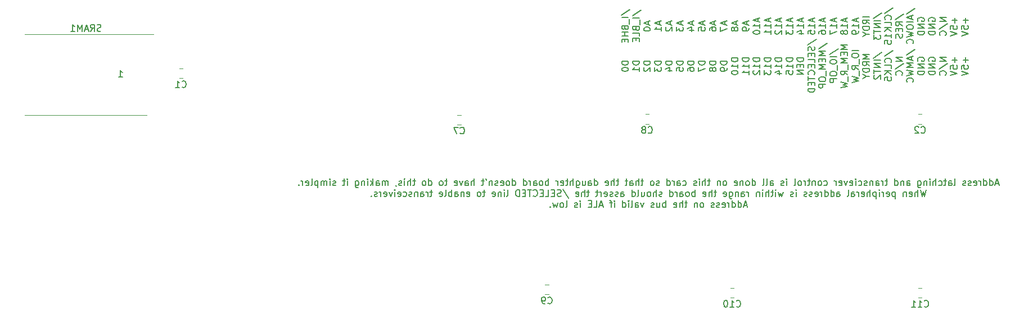
<source format=gbr>
%TF.GenerationSoftware,KiCad,Pcbnew,(5.1.7)-1*%
%TF.CreationDate,2021-09-17T17:18:02+01:00*%
%TF.ProjectId,Apricot-Expansion-RAM,41707269-636f-4742-9d45-7870616e7369,rev?*%
%TF.SameCoordinates,Original*%
%TF.FileFunction,Legend,Bot*%
%TF.FilePolarity,Positive*%
%FSLAX46Y46*%
G04 Gerber Fmt 4.6, Leading zero omitted, Abs format (unit mm)*
G04 Created by KiCad (PCBNEW (5.1.7)-1) date 2021-09-17 17:18:02*
%MOMM*%
%LPD*%
G01*
G04 APERTURE LIST*
%ADD10C,0.150000*%
%ADD11C,0.120000*%
%ADD12C,0.100000*%
G04 APERTURE END LIST*
D10*
X220206285Y-80592166D02*
X219730095Y-80592166D01*
X220301523Y-80877880D02*
X219968190Y-79877880D01*
X219634857Y-80877880D01*
X218872952Y-80877880D02*
X218872952Y-79877880D01*
X218872952Y-80830261D02*
X218968190Y-80877880D01*
X219158666Y-80877880D01*
X219253904Y-80830261D01*
X219301523Y-80782642D01*
X219349142Y-80687404D01*
X219349142Y-80401690D01*
X219301523Y-80306452D01*
X219253904Y-80258833D01*
X219158666Y-80211214D01*
X218968190Y-80211214D01*
X218872952Y-80258833D01*
X217968190Y-80877880D02*
X217968190Y-79877880D01*
X217968190Y-80830261D02*
X218063428Y-80877880D01*
X218253904Y-80877880D01*
X218349142Y-80830261D01*
X218396761Y-80782642D01*
X218444380Y-80687404D01*
X218444380Y-80401690D01*
X218396761Y-80306452D01*
X218349142Y-80258833D01*
X218253904Y-80211214D01*
X218063428Y-80211214D01*
X217968190Y-80258833D01*
X217491999Y-80877880D02*
X217491999Y-80211214D01*
X217491999Y-80401690D02*
X217444380Y-80306452D01*
X217396761Y-80258833D01*
X217301523Y-80211214D01*
X217206285Y-80211214D01*
X216491999Y-80830261D02*
X216587238Y-80877880D01*
X216777714Y-80877880D01*
X216872952Y-80830261D01*
X216920571Y-80735023D01*
X216920571Y-80354071D01*
X216872952Y-80258833D01*
X216777714Y-80211214D01*
X216587238Y-80211214D01*
X216491999Y-80258833D01*
X216444380Y-80354071D01*
X216444380Y-80449309D01*
X216920571Y-80544547D01*
X216063428Y-80830261D02*
X215968190Y-80877880D01*
X215777714Y-80877880D01*
X215682476Y-80830261D01*
X215634857Y-80735023D01*
X215634857Y-80687404D01*
X215682476Y-80592166D01*
X215777714Y-80544547D01*
X215920571Y-80544547D01*
X216015809Y-80496928D01*
X216063428Y-80401690D01*
X216063428Y-80354071D01*
X216015809Y-80258833D01*
X215920571Y-80211214D01*
X215777714Y-80211214D01*
X215682476Y-80258833D01*
X215253904Y-80830261D02*
X215158666Y-80877880D01*
X214968190Y-80877880D01*
X214872952Y-80830261D01*
X214825333Y-80735023D01*
X214825333Y-80687404D01*
X214872952Y-80592166D01*
X214968190Y-80544547D01*
X215111047Y-80544547D01*
X215206285Y-80496928D01*
X215253904Y-80401690D01*
X215253904Y-80354071D01*
X215206285Y-80258833D01*
X215111047Y-80211214D01*
X214968190Y-80211214D01*
X214872952Y-80258833D01*
X213491999Y-80877880D02*
X213587238Y-80830261D01*
X213634857Y-80735023D01*
X213634857Y-79877880D01*
X212682476Y-80877880D02*
X212682476Y-80354071D01*
X212730095Y-80258833D01*
X212825333Y-80211214D01*
X213015809Y-80211214D01*
X213111047Y-80258833D01*
X212682476Y-80830261D02*
X212777714Y-80877880D01*
X213015809Y-80877880D01*
X213111047Y-80830261D01*
X213158666Y-80735023D01*
X213158666Y-80639785D01*
X213111047Y-80544547D01*
X213015809Y-80496928D01*
X212777714Y-80496928D01*
X212682476Y-80449309D01*
X212349142Y-80211214D02*
X211968190Y-80211214D01*
X212206285Y-79877880D02*
X212206285Y-80735023D01*
X212158666Y-80830261D01*
X212063428Y-80877880D01*
X211968190Y-80877880D01*
X211206285Y-80830261D02*
X211301523Y-80877880D01*
X211491999Y-80877880D01*
X211587238Y-80830261D01*
X211634857Y-80782642D01*
X211682476Y-80687404D01*
X211682476Y-80401690D01*
X211634857Y-80306452D01*
X211587238Y-80258833D01*
X211491999Y-80211214D01*
X211301523Y-80211214D01*
X211206285Y-80258833D01*
X210777714Y-80877880D02*
X210777714Y-79877880D01*
X210349142Y-80877880D02*
X210349142Y-80354071D01*
X210396761Y-80258833D01*
X210491999Y-80211214D01*
X210634857Y-80211214D01*
X210730095Y-80258833D01*
X210777714Y-80306452D01*
X209872952Y-80877880D02*
X209872952Y-80211214D01*
X209872952Y-79877880D02*
X209920571Y-79925500D01*
X209872952Y-79973119D01*
X209825333Y-79925500D01*
X209872952Y-79877880D01*
X209872952Y-79973119D01*
X209396761Y-80211214D02*
X209396761Y-80877880D01*
X209396761Y-80306452D02*
X209349142Y-80258833D01*
X209253904Y-80211214D01*
X209111047Y-80211214D01*
X209015809Y-80258833D01*
X208968190Y-80354071D01*
X208968190Y-80877880D01*
X208063428Y-80211214D02*
X208063428Y-81020738D01*
X208111047Y-81115976D01*
X208158666Y-81163595D01*
X208253904Y-81211214D01*
X208396761Y-81211214D01*
X208491999Y-81163595D01*
X208063428Y-80830261D02*
X208158666Y-80877880D01*
X208349142Y-80877880D01*
X208444380Y-80830261D01*
X208491999Y-80782642D01*
X208539619Y-80687404D01*
X208539619Y-80401690D01*
X208491999Y-80306452D01*
X208444380Y-80258833D01*
X208349142Y-80211214D01*
X208158666Y-80211214D01*
X208063428Y-80258833D01*
X206396761Y-80877880D02*
X206396761Y-80354071D01*
X206444380Y-80258833D01*
X206539619Y-80211214D01*
X206730095Y-80211214D01*
X206825333Y-80258833D01*
X206396761Y-80830261D02*
X206491999Y-80877880D01*
X206730095Y-80877880D01*
X206825333Y-80830261D01*
X206872952Y-80735023D01*
X206872952Y-80639785D01*
X206825333Y-80544547D01*
X206730095Y-80496928D01*
X206491999Y-80496928D01*
X206396761Y-80449309D01*
X205920571Y-80211214D02*
X205920571Y-80877880D01*
X205920571Y-80306452D02*
X205872952Y-80258833D01*
X205777714Y-80211214D01*
X205634857Y-80211214D01*
X205539619Y-80258833D01*
X205491999Y-80354071D01*
X205491999Y-80877880D01*
X204587238Y-80877880D02*
X204587238Y-79877880D01*
X204587238Y-80830261D02*
X204682476Y-80877880D01*
X204872952Y-80877880D01*
X204968190Y-80830261D01*
X205015809Y-80782642D01*
X205063428Y-80687404D01*
X205063428Y-80401690D01*
X205015809Y-80306452D01*
X204968190Y-80258833D01*
X204872952Y-80211214D01*
X204682476Y-80211214D01*
X204587238Y-80258833D01*
X203491999Y-80211214D02*
X203111047Y-80211214D01*
X203349142Y-79877880D02*
X203349142Y-80735023D01*
X203301523Y-80830261D01*
X203206285Y-80877880D01*
X203111047Y-80877880D01*
X202777714Y-80877880D02*
X202777714Y-80211214D01*
X202777714Y-80401690D02*
X202730095Y-80306452D01*
X202682476Y-80258833D01*
X202587238Y-80211214D01*
X202491999Y-80211214D01*
X201730095Y-80877880D02*
X201730095Y-80354071D01*
X201777714Y-80258833D01*
X201872952Y-80211214D01*
X202063428Y-80211214D01*
X202158666Y-80258833D01*
X201730095Y-80830261D02*
X201825333Y-80877880D01*
X202063428Y-80877880D01*
X202158666Y-80830261D01*
X202206285Y-80735023D01*
X202206285Y-80639785D01*
X202158666Y-80544547D01*
X202063428Y-80496928D01*
X201825333Y-80496928D01*
X201730095Y-80449309D01*
X201253904Y-80211214D02*
X201253904Y-80877880D01*
X201253904Y-80306452D02*
X201206285Y-80258833D01*
X201111047Y-80211214D01*
X200968190Y-80211214D01*
X200872952Y-80258833D01*
X200825333Y-80354071D01*
X200825333Y-80877880D01*
X200396761Y-80830261D02*
X200301523Y-80877880D01*
X200111047Y-80877880D01*
X200015809Y-80830261D01*
X199968190Y-80735023D01*
X199968190Y-80687404D01*
X200015809Y-80592166D01*
X200111047Y-80544547D01*
X200253904Y-80544547D01*
X200349142Y-80496928D01*
X200396761Y-80401690D01*
X200396761Y-80354071D01*
X200349142Y-80258833D01*
X200253904Y-80211214D01*
X200111047Y-80211214D01*
X200015809Y-80258833D01*
X199111047Y-80830261D02*
X199206285Y-80877880D01*
X199396761Y-80877880D01*
X199491999Y-80830261D01*
X199539619Y-80782642D01*
X199587238Y-80687404D01*
X199587238Y-80401690D01*
X199539619Y-80306452D01*
X199491999Y-80258833D01*
X199396761Y-80211214D01*
X199206285Y-80211214D01*
X199111047Y-80258833D01*
X198682476Y-80877880D02*
X198682476Y-80211214D01*
X198682476Y-79877880D02*
X198730095Y-79925500D01*
X198682476Y-79973119D01*
X198634857Y-79925500D01*
X198682476Y-79877880D01*
X198682476Y-79973119D01*
X197825333Y-80830261D02*
X197920571Y-80877880D01*
X198111047Y-80877880D01*
X198206285Y-80830261D01*
X198253904Y-80735023D01*
X198253904Y-80354071D01*
X198206285Y-80258833D01*
X198111047Y-80211214D01*
X197920571Y-80211214D01*
X197825333Y-80258833D01*
X197777714Y-80354071D01*
X197777714Y-80449309D01*
X198253904Y-80544547D01*
X197444380Y-80211214D02*
X197206285Y-80877880D01*
X196968190Y-80211214D01*
X196206285Y-80830261D02*
X196301523Y-80877880D01*
X196491999Y-80877880D01*
X196587238Y-80830261D01*
X196634857Y-80735023D01*
X196634857Y-80354071D01*
X196587238Y-80258833D01*
X196491999Y-80211214D01*
X196301523Y-80211214D01*
X196206285Y-80258833D01*
X196158666Y-80354071D01*
X196158666Y-80449309D01*
X196634857Y-80544547D01*
X195730095Y-80877880D02*
X195730095Y-80211214D01*
X195730095Y-80401690D02*
X195682476Y-80306452D01*
X195634857Y-80258833D01*
X195539619Y-80211214D01*
X195444380Y-80211214D01*
X193920571Y-80830261D02*
X194015809Y-80877880D01*
X194206285Y-80877880D01*
X194301523Y-80830261D01*
X194349142Y-80782642D01*
X194396761Y-80687404D01*
X194396761Y-80401690D01*
X194349142Y-80306452D01*
X194301523Y-80258833D01*
X194206285Y-80211214D01*
X194015809Y-80211214D01*
X193920571Y-80258833D01*
X193349142Y-80877880D02*
X193444380Y-80830261D01*
X193491999Y-80782642D01*
X193539619Y-80687404D01*
X193539619Y-80401690D01*
X193491999Y-80306452D01*
X193444380Y-80258833D01*
X193349142Y-80211214D01*
X193206285Y-80211214D01*
X193111047Y-80258833D01*
X193063428Y-80306452D01*
X193015809Y-80401690D01*
X193015809Y-80687404D01*
X193063428Y-80782642D01*
X193111047Y-80830261D01*
X193206285Y-80877880D01*
X193349142Y-80877880D01*
X192587238Y-80211214D02*
X192587238Y-80877880D01*
X192587238Y-80306452D02*
X192539619Y-80258833D01*
X192444380Y-80211214D01*
X192301523Y-80211214D01*
X192206285Y-80258833D01*
X192158666Y-80354071D01*
X192158666Y-80877880D01*
X191825333Y-80211214D02*
X191444380Y-80211214D01*
X191682476Y-79877880D02*
X191682476Y-80735023D01*
X191634857Y-80830261D01*
X191539619Y-80877880D01*
X191444380Y-80877880D01*
X191111047Y-80877880D02*
X191111047Y-80211214D01*
X191111047Y-80401690D02*
X191063428Y-80306452D01*
X191015809Y-80258833D01*
X190920571Y-80211214D01*
X190825333Y-80211214D01*
X190349142Y-80877880D02*
X190444380Y-80830261D01*
X190491999Y-80782642D01*
X190539619Y-80687404D01*
X190539619Y-80401690D01*
X190491999Y-80306452D01*
X190444380Y-80258833D01*
X190349142Y-80211214D01*
X190206285Y-80211214D01*
X190111047Y-80258833D01*
X190063428Y-80306452D01*
X190015809Y-80401690D01*
X190015809Y-80687404D01*
X190063428Y-80782642D01*
X190111047Y-80830261D01*
X190206285Y-80877880D01*
X190349142Y-80877880D01*
X189444380Y-80877880D02*
X189539619Y-80830261D01*
X189587238Y-80735023D01*
X189587238Y-79877880D01*
X188301523Y-80877880D02*
X188301523Y-80211214D01*
X188301523Y-79877880D02*
X188349142Y-79925500D01*
X188301523Y-79973119D01*
X188253904Y-79925500D01*
X188301523Y-79877880D01*
X188301523Y-79973119D01*
X187872952Y-80830261D02*
X187777714Y-80877880D01*
X187587238Y-80877880D01*
X187491999Y-80830261D01*
X187444380Y-80735023D01*
X187444380Y-80687404D01*
X187491999Y-80592166D01*
X187587238Y-80544547D01*
X187730095Y-80544547D01*
X187825333Y-80496928D01*
X187872952Y-80401690D01*
X187872952Y-80354071D01*
X187825333Y-80258833D01*
X187730095Y-80211214D01*
X187587238Y-80211214D01*
X187491999Y-80258833D01*
X185825333Y-80877880D02*
X185825333Y-80354071D01*
X185872952Y-80258833D01*
X185968190Y-80211214D01*
X186158666Y-80211214D01*
X186253904Y-80258833D01*
X185825333Y-80830261D02*
X185920571Y-80877880D01*
X186158666Y-80877880D01*
X186253904Y-80830261D01*
X186301523Y-80735023D01*
X186301523Y-80639785D01*
X186253904Y-80544547D01*
X186158666Y-80496928D01*
X185920571Y-80496928D01*
X185825333Y-80449309D01*
X185206285Y-80877880D02*
X185301523Y-80830261D01*
X185349142Y-80735023D01*
X185349142Y-79877880D01*
X184682476Y-80877880D02*
X184777714Y-80830261D01*
X184825333Y-80735023D01*
X184825333Y-79877880D01*
X183111047Y-80877880D02*
X183111047Y-79877880D01*
X183111047Y-80830261D02*
X183206285Y-80877880D01*
X183396761Y-80877880D01*
X183491999Y-80830261D01*
X183539619Y-80782642D01*
X183587238Y-80687404D01*
X183587238Y-80401690D01*
X183539619Y-80306452D01*
X183491999Y-80258833D01*
X183396761Y-80211214D01*
X183206285Y-80211214D01*
X183111047Y-80258833D01*
X182491999Y-80877880D02*
X182587238Y-80830261D01*
X182634857Y-80782642D01*
X182682476Y-80687404D01*
X182682476Y-80401690D01*
X182634857Y-80306452D01*
X182587238Y-80258833D01*
X182491999Y-80211214D01*
X182349142Y-80211214D01*
X182253904Y-80258833D01*
X182206285Y-80306452D01*
X182158666Y-80401690D01*
X182158666Y-80687404D01*
X182206285Y-80782642D01*
X182253904Y-80830261D01*
X182349142Y-80877880D01*
X182491999Y-80877880D01*
X181730095Y-80211214D02*
X181730095Y-80877880D01*
X181730095Y-80306452D02*
X181682476Y-80258833D01*
X181587238Y-80211214D01*
X181444380Y-80211214D01*
X181349142Y-80258833D01*
X181301523Y-80354071D01*
X181301523Y-80877880D01*
X180444380Y-80830261D02*
X180539619Y-80877880D01*
X180730095Y-80877880D01*
X180825333Y-80830261D01*
X180872952Y-80735023D01*
X180872952Y-80354071D01*
X180825333Y-80258833D01*
X180730095Y-80211214D01*
X180539619Y-80211214D01*
X180444380Y-80258833D01*
X180396761Y-80354071D01*
X180396761Y-80449309D01*
X180872952Y-80544547D01*
X179063428Y-80877880D02*
X179158666Y-80830261D01*
X179206285Y-80782642D01*
X179253904Y-80687404D01*
X179253904Y-80401690D01*
X179206285Y-80306452D01*
X179158666Y-80258833D01*
X179063428Y-80211214D01*
X178920571Y-80211214D01*
X178825333Y-80258833D01*
X178777714Y-80306452D01*
X178730095Y-80401690D01*
X178730095Y-80687404D01*
X178777714Y-80782642D01*
X178825333Y-80830261D01*
X178920571Y-80877880D01*
X179063428Y-80877880D01*
X178301523Y-80211214D02*
X178301523Y-80877880D01*
X178301523Y-80306452D02*
X178253904Y-80258833D01*
X178158666Y-80211214D01*
X178015809Y-80211214D01*
X177920571Y-80258833D01*
X177872952Y-80354071D01*
X177872952Y-80877880D01*
X176777714Y-80211214D02*
X176396761Y-80211214D01*
X176634857Y-79877880D02*
X176634857Y-80735023D01*
X176587238Y-80830261D01*
X176491999Y-80877880D01*
X176396761Y-80877880D01*
X176063428Y-80877880D02*
X176063428Y-79877880D01*
X175634857Y-80877880D02*
X175634857Y-80354071D01*
X175682476Y-80258833D01*
X175777714Y-80211214D01*
X175920571Y-80211214D01*
X176015809Y-80258833D01*
X176063428Y-80306452D01*
X175158666Y-80877880D02*
X175158666Y-80211214D01*
X175158666Y-79877880D02*
X175206285Y-79925500D01*
X175158666Y-79973119D01*
X175111047Y-79925500D01*
X175158666Y-79877880D01*
X175158666Y-79973119D01*
X174730095Y-80830261D02*
X174634857Y-80877880D01*
X174444380Y-80877880D01*
X174349142Y-80830261D01*
X174301523Y-80735023D01*
X174301523Y-80687404D01*
X174349142Y-80592166D01*
X174444380Y-80544547D01*
X174587238Y-80544547D01*
X174682476Y-80496928D01*
X174730095Y-80401690D01*
X174730095Y-80354071D01*
X174682476Y-80258833D01*
X174587238Y-80211214D01*
X174444380Y-80211214D01*
X174349142Y-80258833D01*
X172682476Y-80830261D02*
X172777714Y-80877880D01*
X172968190Y-80877880D01*
X173063428Y-80830261D01*
X173111047Y-80782642D01*
X173158666Y-80687404D01*
X173158666Y-80401690D01*
X173111047Y-80306452D01*
X173063428Y-80258833D01*
X172968190Y-80211214D01*
X172777714Y-80211214D01*
X172682476Y-80258833D01*
X171825333Y-80877880D02*
X171825333Y-80354071D01*
X171872952Y-80258833D01*
X171968190Y-80211214D01*
X172158666Y-80211214D01*
X172253904Y-80258833D01*
X171825333Y-80830261D02*
X171920571Y-80877880D01*
X172158666Y-80877880D01*
X172253904Y-80830261D01*
X172301523Y-80735023D01*
X172301523Y-80639785D01*
X172253904Y-80544547D01*
X172158666Y-80496928D01*
X171920571Y-80496928D01*
X171825333Y-80449309D01*
X171349142Y-80877880D02*
X171349142Y-80211214D01*
X171349142Y-80401690D02*
X171301523Y-80306452D01*
X171253904Y-80258833D01*
X171158666Y-80211214D01*
X171063428Y-80211214D01*
X170301523Y-80877880D02*
X170301523Y-79877880D01*
X170301523Y-80830261D02*
X170396761Y-80877880D01*
X170587238Y-80877880D01*
X170682476Y-80830261D01*
X170730095Y-80782642D01*
X170777714Y-80687404D01*
X170777714Y-80401690D01*
X170730095Y-80306452D01*
X170682476Y-80258833D01*
X170587238Y-80211214D01*
X170396761Y-80211214D01*
X170301523Y-80258833D01*
X169111047Y-80830261D02*
X169015809Y-80877880D01*
X168825333Y-80877880D01*
X168730095Y-80830261D01*
X168682476Y-80735023D01*
X168682476Y-80687404D01*
X168730095Y-80592166D01*
X168825333Y-80544547D01*
X168968190Y-80544547D01*
X169063428Y-80496928D01*
X169111047Y-80401690D01*
X169111047Y-80354071D01*
X169063428Y-80258833D01*
X168968190Y-80211214D01*
X168825333Y-80211214D01*
X168730095Y-80258833D01*
X168111047Y-80877880D02*
X168206285Y-80830261D01*
X168253904Y-80782642D01*
X168301523Y-80687404D01*
X168301523Y-80401690D01*
X168253904Y-80306452D01*
X168206285Y-80258833D01*
X168111047Y-80211214D01*
X167968190Y-80211214D01*
X167872952Y-80258833D01*
X167825333Y-80306452D01*
X167777714Y-80401690D01*
X167777714Y-80687404D01*
X167825333Y-80782642D01*
X167872952Y-80830261D01*
X167968190Y-80877880D01*
X168111047Y-80877880D01*
X166730095Y-80211214D02*
X166349142Y-80211214D01*
X166587238Y-79877880D02*
X166587238Y-80735023D01*
X166539619Y-80830261D01*
X166444380Y-80877880D01*
X166349142Y-80877880D01*
X166015809Y-80877880D02*
X166015809Y-79877880D01*
X165587238Y-80877880D02*
X165587238Y-80354071D01*
X165634857Y-80258833D01*
X165730095Y-80211214D01*
X165872952Y-80211214D01*
X165968190Y-80258833D01*
X166015809Y-80306452D01*
X164682476Y-80877880D02*
X164682476Y-80354071D01*
X164730095Y-80258833D01*
X164825333Y-80211214D01*
X165015809Y-80211214D01*
X165111047Y-80258833D01*
X164682476Y-80830261D02*
X164777714Y-80877880D01*
X165015809Y-80877880D01*
X165111047Y-80830261D01*
X165158666Y-80735023D01*
X165158666Y-80639785D01*
X165111047Y-80544547D01*
X165015809Y-80496928D01*
X164777714Y-80496928D01*
X164682476Y-80449309D01*
X164349142Y-80211214D02*
X163968190Y-80211214D01*
X164206285Y-79877880D02*
X164206285Y-80735023D01*
X164158666Y-80830261D01*
X164063428Y-80877880D01*
X163968190Y-80877880D01*
X163015809Y-80211214D02*
X162634857Y-80211214D01*
X162872952Y-79877880D02*
X162872952Y-80735023D01*
X162825333Y-80830261D01*
X162730095Y-80877880D01*
X162634857Y-80877880D01*
X162301523Y-80877880D02*
X162301523Y-79877880D01*
X161872952Y-80877880D02*
X161872952Y-80354071D01*
X161920571Y-80258833D01*
X162015809Y-80211214D01*
X162158666Y-80211214D01*
X162253904Y-80258833D01*
X162301523Y-80306452D01*
X161015809Y-80830261D02*
X161111047Y-80877880D01*
X161301523Y-80877880D01*
X161396761Y-80830261D01*
X161444380Y-80735023D01*
X161444380Y-80354071D01*
X161396761Y-80258833D01*
X161301523Y-80211214D01*
X161111047Y-80211214D01*
X161015809Y-80258833D01*
X160968190Y-80354071D01*
X160968190Y-80449309D01*
X161444380Y-80544547D01*
X159349142Y-80877880D02*
X159349142Y-79877880D01*
X159349142Y-80830261D02*
X159444380Y-80877880D01*
X159634857Y-80877880D01*
X159730095Y-80830261D01*
X159777714Y-80782642D01*
X159825333Y-80687404D01*
X159825333Y-80401690D01*
X159777714Y-80306452D01*
X159730095Y-80258833D01*
X159634857Y-80211214D01*
X159444380Y-80211214D01*
X159349142Y-80258833D01*
X158444380Y-80877880D02*
X158444380Y-80354071D01*
X158491999Y-80258833D01*
X158587238Y-80211214D01*
X158777714Y-80211214D01*
X158872952Y-80258833D01*
X158444380Y-80830261D02*
X158539619Y-80877880D01*
X158777714Y-80877880D01*
X158872952Y-80830261D01*
X158920571Y-80735023D01*
X158920571Y-80639785D01*
X158872952Y-80544547D01*
X158777714Y-80496928D01*
X158539619Y-80496928D01*
X158444380Y-80449309D01*
X157539619Y-80211214D02*
X157539619Y-80877880D01*
X157968190Y-80211214D02*
X157968190Y-80735023D01*
X157920571Y-80830261D01*
X157825333Y-80877880D01*
X157682476Y-80877880D01*
X157587238Y-80830261D01*
X157539619Y-80782642D01*
X156634857Y-80211214D02*
X156634857Y-81020738D01*
X156682476Y-81115976D01*
X156730095Y-81163595D01*
X156825333Y-81211214D01*
X156968190Y-81211214D01*
X157063428Y-81163595D01*
X156634857Y-80830261D02*
X156730095Y-80877880D01*
X156920571Y-80877880D01*
X157015809Y-80830261D01*
X157063428Y-80782642D01*
X157111047Y-80687404D01*
X157111047Y-80401690D01*
X157063428Y-80306452D01*
X157015809Y-80258833D01*
X156920571Y-80211214D01*
X156730095Y-80211214D01*
X156634857Y-80258833D01*
X156158666Y-80877880D02*
X156158666Y-79877880D01*
X155730095Y-80877880D02*
X155730095Y-80354071D01*
X155777714Y-80258833D01*
X155872952Y-80211214D01*
X156015809Y-80211214D01*
X156111047Y-80258833D01*
X156158666Y-80306452D01*
X155396761Y-80211214D02*
X155015809Y-80211214D01*
X155253904Y-79877880D02*
X155253904Y-80735023D01*
X155206285Y-80830261D01*
X155111047Y-80877880D01*
X155015809Y-80877880D01*
X154301523Y-80830261D02*
X154396761Y-80877880D01*
X154587238Y-80877880D01*
X154682476Y-80830261D01*
X154730095Y-80735023D01*
X154730095Y-80354071D01*
X154682476Y-80258833D01*
X154587238Y-80211214D01*
X154396761Y-80211214D01*
X154301523Y-80258833D01*
X154253904Y-80354071D01*
X154253904Y-80449309D01*
X154730095Y-80544547D01*
X153825333Y-80877880D02*
X153825333Y-80211214D01*
X153825333Y-80401690D02*
X153777714Y-80306452D01*
X153730095Y-80258833D01*
X153634857Y-80211214D01*
X153539619Y-80211214D01*
X152444380Y-80877880D02*
X152444380Y-79877880D01*
X152444380Y-80258833D02*
X152349142Y-80211214D01*
X152158666Y-80211214D01*
X152063428Y-80258833D01*
X152015809Y-80306452D01*
X151968190Y-80401690D01*
X151968190Y-80687404D01*
X152015809Y-80782642D01*
X152063428Y-80830261D01*
X152158666Y-80877880D01*
X152349142Y-80877880D01*
X152444380Y-80830261D01*
X151396761Y-80877880D02*
X151491999Y-80830261D01*
X151539619Y-80782642D01*
X151587238Y-80687404D01*
X151587238Y-80401690D01*
X151539619Y-80306452D01*
X151491999Y-80258833D01*
X151396761Y-80211214D01*
X151253904Y-80211214D01*
X151158666Y-80258833D01*
X151111047Y-80306452D01*
X151063428Y-80401690D01*
X151063428Y-80687404D01*
X151111047Y-80782642D01*
X151158666Y-80830261D01*
X151253904Y-80877880D01*
X151396761Y-80877880D01*
X150206285Y-80877880D02*
X150206285Y-80354071D01*
X150253904Y-80258833D01*
X150349142Y-80211214D01*
X150539619Y-80211214D01*
X150634857Y-80258833D01*
X150206285Y-80830261D02*
X150301523Y-80877880D01*
X150539619Y-80877880D01*
X150634857Y-80830261D01*
X150682476Y-80735023D01*
X150682476Y-80639785D01*
X150634857Y-80544547D01*
X150539619Y-80496928D01*
X150301523Y-80496928D01*
X150206285Y-80449309D01*
X149730095Y-80877880D02*
X149730095Y-80211214D01*
X149730095Y-80401690D02*
X149682476Y-80306452D01*
X149634857Y-80258833D01*
X149539619Y-80211214D01*
X149444380Y-80211214D01*
X148682476Y-80877880D02*
X148682476Y-79877880D01*
X148682476Y-80830261D02*
X148777714Y-80877880D01*
X148968190Y-80877880D01*
X149063428Y-80830261D01*
X149111047Y-80782642D01*
X149158666Y-80687404D01*
X149158666Y-80401690D01*
X149111047Y-80306452D01*
X149063428Y-80258833D01*
X148968190Y-80211214D01*
X148777714Y-80211214D01*
X148682476Y-80258833D01*
X147015809Y-80877880D02*
X147015809Y-79877880D01*
X147015809Y-80830261D02*
X147111047Y-80877880D01*
X147301523Y-80877880D01*
X147396761Y-80830261D01*
X147444380Y-80782642D01*
X147491999Y-80687404D01*
X147491999Y-80401690D01*
X147444380Y-80306452D01*
X147396761Y-80258833D01*
X147301523Y-80211214D01*
X147111047Y-80211214D01*
X147015809Y-80258833D01*
X146396761Y-80877880D02*
X146491999Y-80830261D01*
X146539619Y-80782642D01*
X146587238Y-80687404D01*
X146587238Y-80401690D01*
X146539619Y-80306452D01*
X146491999Y-80258833D01*
X146396761Y-80211214D01*
X146253904Y-80211214D01*
X146158666Y-80258833D01*
X146111047Y-80306452D01*
X146063428Y-80401690D01*
X146063428Y-80687404D01*
X146111047Y-80782642D01*
X146158666Y-80830261D01*
X146253904Y-80877880D01*
X146396761Y-80877880D01*
X145253904Y-80830261D02*
X145349142Y-80877880D01*
X145539619Y-80877880D01*
X145634857Y-80830261D01*
X145682476Y-80735023D01*
X145682476Y-80354071D01*
X145634857Y-80258833D01*
X145539619Y-80211214D01*
X145349142Y-80211214D01*
X145253904Y-80258833D01*
X145206285Y-80354071D01*
X145206285Y-80449309D01*
X145682476Y-80544547D01*
X144825333Y-80830261D02*
X144730095Y-80877880D01*
X144539619Y-80877880D01*
X144444380Y-80830261D01*
X144396761Y-80735023D01*
X144396761Y-80687404D01*
X144444380Y-80592166D01*
X144539619Y-80544547D01*
X144682476Y-80544547D01*
X144777714Y-80496928D01*
X144825333Y-80401690D01*
X144825333Y-80354071D01*
X144777714Y-80258833D01*
X144682476Y-80211214D01*
X144539619Y-80211214D01*
X144444380Y-80258833D01*
X143968190Y-80211214D02*
X143968190Y-80877880D01*
X143968190Y-80306452D02*
X143920571Y-80258833D01*
X143825333Y-80211214D01*
X143682476Y-80211214D01*
X143587238Y-80258833D01*
X143539619Y-80354071D01*
X143539619Y-80877880D01*
X143015809Y-79877880D02*
X143111047Y-80068357D01*
X142730095Y-80211214D02*
X142349142Y-80211214D01*
X142587238Y-79877880D02*
X142587238Y-80735023D01*
X142539619Y-80830261D01*
X142444380Y-80877880D01*
X142349142Y-80877880D01*
X141253904Y-80877880D02*
X141253904Y-79877880D01*
X140825333Y-80877880D02*
X140825333Y-80354071D01*
X140872952Y-80258833D01*
X140968190Y-80211214D01*
X141111047Y-80211214D01*
X141206285Y-80258833D01*
X141253904Y-80306452D01*
X139920571Y-80877880D02*
X139920571Y-80354071D01*
X139968190Y-80258833D01*
X140063428Y-80211214D01*
X140253904Y-80211214D01*
X140349142Y-80258833D01*
X139920571Y-80830261D02*
X140015809Y-80877880D01*
X140253904Y-80877880D01*
X140349142Y-80830261D01*
X140396761Y-80735023D01*
X140396761Y-80639785D01*
X140349142Y-80544547D01*
X140253904Y-80496928D01*
X140015809Y-80496928D01*
X139920571Y-80449309D01*
X139539619Y-80211214D02*
X139301523Y-80877880D01*
X139063428Y-80211214D01*
X138301523Y-80830261D02*
X138396761Y-80877880D01*
X138587238Y-80877880D01*
X138682476Y-80830261D01*
X138730095Y-80735023D01*
X138730095Y-80354071D01*
X138682476Y-80258833D01*
X138587238Y-80211214D01*
X138396761Y-80211214D01*
X138301523Y-80258833D01*
X138253904Y-80354071D01*
X138253904Y-80449309D01*
X138730095Y-80544547D01*
X137206285Y-80211214D02*
X136825333Y-80211214D01*
X137063428Y-79877880D02*
X137063428Y-80735023D01*
X137015809Y-80830261D01*
X136920571Y-80877880D01*
X136825333Y-80877880D01*
X136349142Y-80877880D02*
X136444380Y-80830261D01*
X136491999Y-80782642D01*
X136539619Y-80687404D01*
X136539619Y-80401690D01*
X136491999Y-80306452D01*
X136444380Y-80258833D01*
X136349142Y-80211214D01*
X136206285Y-80211214D01*
X136111047Y-80258833D01*
X136063428Y-80306452D01*
X136015809Y-80401690D01*
X136015809Y-80687404D01*
X136063428Y-80782642D01*
X136111047Y-80830261D01*
X136206285Y-80877880D01*
X136349142Y-80877880D01*
X134396761Y-80877880D02*
X134396761Y-79877880D01*
X134396761Y-80830261D02*
X134491999Y-80877880D01*
X134682476Y-80877880D01*
X134777714Y-80830261D01*
X134825333Y-80782642D01*
X134872952Y-80687404D01*
X134872952Y-80401690D01*
X134825333Y-80306452D01*
X134777714Y-80258833D01*
X134682476Y-80211214D01*
X134491999Y-80211214D01*
X134396761Y-80258833D01*
X133777714Y-80877880D02*
X133872952Y-80830261D01*
X133920571Y-80782642D01*
X133968190Y-80687404D01*
X133968190Y-80401690D01*
X133920571Y-80306452D01*
X133872952Y-80258833D01*
X133777714Y-80211214D01*
X133634857Y-80211214D01*
X133539619Y-80258833D01*
X133491999Y-80306452D01*
X133444380Y-80401690D01*
X133444380Y-80687404D01*
X133491999Y-80782642D01*
X133539619Y-80830261D01*
X133634857Y-80877880D01*
X133777714Y-80877880D01*
X132396761Y-80211214D02*
X132015809Y-80211214D01*
X132253904Y-79877880D02*
X132253904Y-80735023D01*
X132206285Y-80830261D01*
X132111047Y-80877880D01*
X132015809Y-80877880D01*
X131682476Y-80877880D02*
X131682476Y-79877880D01*
X131253904Y-80877880D02*
X131253904Y-80354071D01*
X131301523Y-80258833D01*
X131396761Y-80211214D01*
X131539619Y-80211214D01*
X131634857Y-80258833D01*
X131682476Y-80306452D01*
X130777714Y-80877880D02*
X130777714Y-80211214D01*
X130777714Y-79877880D02*
X130825333Y-79925500D01*
X130777714Y-79973119D01*
X130730095Y-79925500D01*
X130777714Y-79877880D01*
X130777714Y-79973119D01*
X130349142Y-80830261D02*
X130253904Y-80877880D01*
X130063428Y-80877880D01*
X129968190Y-80830261D01*
X129920571Y-80735023D01*
X129920571Y-80687404D01*
X129968190Y-80592166D01*
X130063428Y-80544547D01*
X130206285Y-80544547D01*
X130301523Y-80496928D01*
X130349142Y-80401690D01*
X130349142Y-80354071D01*
X130301523Y-80258833D01*
X130206285Y-80211214D01*
X130063428Y-80211214D01*
X129968190Y-80258833D01*
X129444380Y-80830261D02*
X129444380Y-80877880D01*
X129491999Y-80973119D01*
X129539619Y-81020738D01*
X128253904Y-80877880D02*
X128253904Y-80211214D01*
X128253904Y-80306452D02*
X128206285Y-80258833D01*
X128111047Y-80211214D01*
X127968190Y-80211214D01*
X127872952Y-80258833D01*
X127825333Y-80354071D01*
X127825333Y-80877880D01*
X127825333Y-80354071D02*
X127777714Y-80258833D01*
X127682476Y-80211214D01*
X127539619Y-80211214D01*
X127444380Y-80258833D01*
X127396761Y-80354071D01*
X127396761Y-80877880D01*
X126491999Y-80877880D02*
X126491999Y-80354071D01*
X126539619Y-80258833D01*
X126634857Y-80211214D01*
X126825333Y-80211214D01*
X126920571Y-80258833D01*
X126491999Y-80830261D02*
X126587238Y-80877880D01*
X126825333Y-80877880D01*
X126920571Y-80830261D01*
X126968190Y-80735023D01*
X126968190Y-80639785D01*
X126920571Y-80544547D01*
X126825333Y-80496928D01*
X126587238Y-80496928D01*
X126491999Y-80449309D01*
X126015809Y-80877880D02*
X126015809Y-79877880D01*
X125920571Y-80496928D02*
X125634857Y-80877880D01*
X125634857Y-80211214D02*
X126015809Y-80592166D01*
X125206285Y-80877880D02*
X125206285Y-80211214D01*
X125206285Y-79877880D02*
X125253904Y-79925500D01*
X125206285Y-79973119D01*
X125158666Y-79925500D01*
X125206285Y-79877880D01*
X125206285Y-79973119D01*
X124730095Y-80211214D02*
X124730095Y-80877880D01*
X124730095Y-80306452D02*
X124682476Y-80258833D01*
X124587238Y-80211214D01*
X124444380Y-80211214D01*
X124349142Y-80258833D01*
X124301523Y-80354071D01*
X124301523Y-80877880D01*
X123396761Y-80211214D02*
X123396761Y-81020738D01*
X123444380Y-81115976D01*
X123491999Y-81163595D01*
X123587238Y-81211214D01*
X123730095Y-81211214D01*
X123825333Y-81163595D01*
X123396761Y-80830261D02*
X123491999Y-80877880D01*
X123682476Y-80877880D01*
X123777714Y-80830261D01*
X123825333Y-80782642D01*
X123872952Y-80687404D01*
X123872952Y-80401690D01*
X123825333Y-80306452D01*
X123777714Y-80258833D01*
X123682476Y-80211214D01*
X123491999Y-80211214D01*
X123396761Y-80258833D01*
X122158666Y-80877880D02*
X122158666Y-80211214D01*
X122158666Y-79877880D02*
X122206285Y-79925500D01*
X122158666Y-79973119D01*
X122111047Y-79925500D01*
X122158666Y-79877880D01*
X122158666Y-79973119D01*
X121825333Y-80211214D02*
X121444380Y-80211214D01*
X121682476Y-79877880D02*
X121682476Y-80735023D01*
X121634857Y-80830261D01*
X121539619Y-80877880D01*
X121444380Y-80877880D01*
X120396761Y-80830261D02*
X120301523Y-80877880D01*
X120111047Y-80877880D01*
X120015809Y-80830261D01*
X119968190Y-80735023D01*
X119968190Y-80687404D01*
X120015809Y-80592166D01*
X120111047Y-80544547D01*
X120253904Y-80544547D01*
X120349142Y-80496928D01*
X120396761Y-80401690D01*
X120396761Y-80354071D01*
X120349142Y-80258833D01*
X120253904Y-80211214D01*
X120111047Y-80211214D01*
X120015809Y-80258833D01*
X119539619Y-80877880D02*
X119539619Y-80211214D01*
X119539619Y-79877880D02*
X119587238Y-79925500D01*
X119539619Y-79973119D01*
X119491999Y-79925500D01*
X119539619Y-79877880D01*
X119539619Y-79973119D01*
X119063428Y-80877880D02*
X119063428Y-80211214D01*
X119063428Y-80306452D02*
X119015809Y-80258833D01*
X118920571Y-80211214D01*
X118777714Y-80211214D01*
X118682476Y-80258833D01*
X118634857Y-80354071D01*
X118634857Y-80877880D01*
X118634857Y-80354071D02*
X118587238Y-80258833D01*
X118491999Y-80211214D01*
X118349142Y-80211214D01*
X118253904Y-80258833D01*
X118206285Y-80354071D01*
X118206285Y-80877880D01*
X117730095Y-80211214D02*
X117730095Y-81211214D01*
X117730095Y-80258833D02*
X117634857Y-80211214D01*
X117444380Y-80211214D01*
X117349142Y-80258833D01*
X117301523Y-80306452D01*
X117253904Y-80401690D01*
X117253904Y-80687404D01*
X117301523Y-80782642D01*
X117349142Y-80830261D01*
X117444380Y-80877880D01*
X117634857Y-80877880D01*
X117730095Y-80830261D01*
X116682476Y-80877880D02*
X116777714Y-80830261D01*
X116825333Y-80735023D01*
X116825333Y-79877880D01*
X115920571Y-80830261D02*
X116015809Y-80877880D01*
X116206285Y-80877880D01*
X116301523Y-80830261D01*
X116349142Y-80735023D01*
X116349142Y-80354071D01*
X116301523Y-80258833D01*
X116206285Y-80211214D01*
X116015809Y-80211214D01*
X115920571Y-80258833D01*
X115872952Y-80354071D01*
X115872952Y-80449309D01*
X116349142Y-80544547D01*
X115444380Y-80877880D02*
X115444380Y-80211214D01*
X115444380Y-80401690D02*
X115396761Y-80306452D01*
X115349142Y-80258833D01*
X115253904Y-80211214D01*
X115158666Y-80211214D01*
X114825333Y-80782642D02*
X114777714Y-80830261D01*
X114825333Y-80877880D01*
X114872952Y-80830261D01*
X114825333Y-80782642D01*
X114825333Y-80877880D01*
X209301523Y-81527880D02*
X209063428Y-82527880D01*
X208872952Y-81813595D01*
X208682476Y-82527880D01*
X208444380Y-81527880D01*
X208063428Y-82527880D02*
X208063428Y-81527880D01*
X207634857Y-82527880D02*
X207634857Y-82004071D01*
X207682476Y-81908833D01*
X207777714Y-81861214D01*
X207920571Y-81861214D01*
X208015809Y-81908833D01*
X208063428Y-81956452D01*
X206777714Y-82480261D02*
X206872952Y-82527880D01*
X207063428Y-82527880D01*
X207158666Y-82480261D01*
X207206285Y-82385023D01*
X207206285Y-82004071D01*
X207158666Y-81908833D01*
X207063428Y-81861214D01*
X206872952Y-81861214D01*
X206777714Y-81908833D01*
X206730095Y-82004071D01*
X206730095Y-82099309D01*
X207206285Y-82194547D01*
X206301523Y-81861214D02*
X206301523Y-82527880D01*
X206301523Y-81956452D02*
X206253904Y-81908833D01*
X206158666Y-81861214D01*
X206015809Y-81861214D01*
X205920571Y-81908833D01*
X205872952Y-82004071D01*
X205872952Y-82527880D01*
X204634857Y-81861214D02*
X204634857Y-82861214D01*
X204634857Y-81908833D02*
X204539619Y-81861214D01*
X204349142Y-81861214D01*
X204253904Y-81908833D01*
X204206285Y-81956452D01*
X204158666Y-82051690D01*
X204158666Y-82337404D01*
X204206285Y-82432642D01*
X204253904Y-82480261D01*
X204349142Y-82527880D01*
X204539619Y-82527880D01*
X204634857Y-82480261D01*
X203349142Y-82480261D02*
X203444380Y-82527880D01*
X203634857Y-82527880D01*
X203730095Y-82480261D01*
X203777714Y-82385023D01*
X203777714Y-82004071D01*
X203730095Y-81908833D01*
X203634857Y-81861214D01*
X203444380Y-81861214D01*
X203349142Y-81908833D01*
X203301523Y-82004071D01*
X203301523Y-82099309D01*
X203777714Y-82194547D01*
X202872952Y-82527880D02*
X202872952Y-81861214D01*
X202872952Y-82051690D02*
X202825333Y-81956452D01*
X202777714Y-81908833D01*
X202682476Y-81861214D01*
X202587238Y-81861214D01*
X202253904Y-82527880D02*
X202253904Y-81861214D01*
X202253904Y-81527880D02*
X202301523Y-81575500D01*
X202253904Y-81623119D01*
X202206285Y-81575500D01*
X202253904Y-81527880D01*
X202253904Y-81623119D01*
X201777714Y-81861214D02*
X201777714Y-82861214D01*
X201777714Y-81908833D02*
X201682476Y-81861214D01*
X201492000Y-81861214D01*
X201396761Y-81908833D01*
X201349142Y-81956452D01*
X201301523Y-82051690D01*
X201301523Y-82337404D01*
X201349142Y-82432642D01*
X201396761Y-82480261D01*
X201492000Y-82527880D01*
X201682476Y-82527880D01*
X201777714Y-82480261D01*
X200872952Y-82527880D02*
X200872952Y-81527880D01*
X200444380Y-82527880D02*
X200444380Y-82004071D01*
X200492000Y-81908833D01*
X200587238Y-81861214D01*
X200730095Y-81861214D01*
X200825333Y-81908833D01*
X200872952Y-81956452D01*
X199587238Y-82480261D02*
X199682476Y-82527880D01*
X199872952Y-82527880D01*
X199968190Y-82480261D01*
X200015809Y-82385023D01*
X200015809Y-82004071D01*
X199968190Y-81908833D01*
X199872952Y-81861214D01*
X199682476Y-81861214D01*
X199587238Y-81908833D01*
X199539619Y-82004071D01*
X199539619Y-82099309D01*
X200015809Y-82194547D01*
X199111047Y-82527880D02*
X199111047Y-81861214D01*
X199111047Y-82051690D02*
X199063428Y-81956452D01*
X199015809Y-81908833D01*
X198920571Y-81861214D01*
X198825333Y-81861214D01*
X198063428Y-82527880D02*
X198063428Y-82004071D01*
X198111047Y-81908833D01*
X198206285Y-81861214D01*
X198396761Y-81861214D01*
X198492000Y-81908833D01*
X198063428Y-82480261D02*
X198158666Y-82527880D01*
X198396761Y-82527880D01*
X198492000Y-82480261D01*
X198539619Y-82385023D01*
X198539619Y-82289785D01*
X198492000Y-82194547D01*
X198396761Y-82146928D01*
X198158666Y-82146928D01*
X198063428Y-82099309D01*
X197444380Y-82527880D02*
X197539619Y-82480261D01*
X197587238Y-82385023D01*
X197587238Y-81527880D01*
X195872952Y-82527880D02*
X195872952Y-82004071D01*
X195920571Y-81908833D01*
X196015809Y-81861214D01*
X196206285Y-81861214D01*
X196301523Y-81908833D01*
X195872952Y-82480261D02*
X195968190Y-82527880D01*
X196206285Y-82527880D01*
X196301523Y-82480261D01*
X196349142Y-82385023D01*
X196349142Y-82289785D01*
X196301523Y-82194547D01*
X196206285Y-82146928D01*
X195968190Y-82146928D01*
X195872952Y-82099309D01*
X194968190Y-82527880D02*
X194968190Y-81527880D01*
X194968190Y-82480261D02*
X195063428Y-82527880D01*
X195253904Y-82527880D01*
X195349142Y-82480261D01*
X195396761Y-82432642D01*
X195444380Y-82337404D01*
X195444380Y-82051690D01*
X195396761Y-81956452D01*
X195349142Y-81908833D01*
X195253904Y-81861214D01*
X195063428Y-81861214D01*
X194968190Y-81908833D01*
X194063428Y-82527880D02*
X194063428Y-81527880D01*
X194063428Y-82480261D02*
X194158666Y-82527880D01*
X194349142Y-82527880D01*
X194444380Y-82480261D01*
X194491999Y-82432642D01*
X194539619Y-82337404D01*
X194539619Y-82051690D01*
X194491999Y-81956452D01*
X194444380Y-81908833D01*
X194349142Y-81861214D01*
X194158666Y-81861214D01*
X194063428Y-81908833D01*
X193587238Y-82527880D02*
X193587238Y-81861214D01*
X193587238Y-82051690D02*
X193539619Y-81956452D01*
X193491999Y-81908833D01*
X193396761Y-81861214D01*
X193301523Y-81861214D01*
X192587238Y-82480261D02*
X192682476Y-82527880D01*
X192872952Y-82527880D01*
X192968190Y-82480261D01*
X193015809Y-82385023D01*
X193015809Y-82004071D01*
X192968190Y-81908833D01*
X192872952Y-81861214D01*
X192682476Y-81861214D01*
X192587238Y-81908833D01*
X192539619Y-82004071D01*
X192539619Y-82099309D01*
X193015809Y-82194547D01*
X192158666Y-82480261D02*
X192063428Y-82527880D01*
X191872952Y-82527880D01*
X191777714Y-82480261D01*
X191730095Y-82385023D01*
X191730095Y-82337404D01*
X191777714Y-82242166D01*
X191872952Y-82194547D01*
X192015809Y-82194547D01*
X192111047Y-82146928D01*
X192158666Y-82051690D01*
X192158666Y-82004071D01*
X192111047Y-81908833D01*
X192015809Y-81861214D01*
X191872952Y-81861214D01*
X191777714Y-81908833D01*
X191349142Y-82480261D02*
X191253904Y-82527880D01*
X191063428Y-82527880D01*
X190968190Y-82480261D01*
X190920571Y-82385023D01*
X190920571Y-82337404D01*
X190968190Y-82242166D01*
X191063428Y-82194547D01*
X191206285Y-82194547D01*
X191301523Y-82146928D01*
X191349142Y-82051690D01*
X191349142Y-82004071D01*
X191301523Y-81908833D01*
X191206285Y-81861214D01*
X191063428Y-81861214D01*
X190968190Y-81908833D01*
X189730095Y-82527880D02*
X189730095Y-81861214D01*
X189730095Y-81527880D02*
X189777714Y-81575500D01*
X189730095Y-81623119D01*
X189682476Y-81575500D01*
X189730095Y-81527880D01*
X189730095Y-81623119D01*
X189301523Y-82480261D02*
X189206285Y-82527880D01*
X189015809Y-82527880D01*
X188920571Y-82480261D01*
X188872952Y-82385023D01*
X188872952Y-82337404D01*
X188920571Y-82242166D01*
X189015809Y-82194547D01*
X189158666Y-82194547D01*
X189253904Y-82146928D01*
X189301523Y-82051690D01*
X189301523Y-82004071D01*
X189253904Y-81908833D01*
X189158666Y-81861214D01*
X189015809Y-81861214D01*
X188920571Y-81908833D01*
X187777714Y-81861214D02*
X187587238Y-82527880D01*
X187396761Y-82051690D01*
X187206285Y-82527880D01*
X187015809Y-81861214D01*
X186634857Y-82527880D02*
X186634857Y-81861214D01*
X186634857Y-81527880D02*
X186682476Y-81575500D01*
X186634857Y-81623119D01*
X186587238Y-81575500D01*
X186634857Y-81527880D01*
X186634857Y-81623119D01*
X186301523Y-81861214D02*
X185920571Y-81861214D01*
X186158666Y-81527880D02*
X186158666Y-82385023D01*
X186111047Y-82480261D01*
X186015809Y-82527880D01*
X185920571Y-82527880D01*
X185587238Y-82527880D02*
X185587238Y-81527880D01*
X185158666Y-82527880D02*
X185158666Y-82004071D01*
X185206285Y-81908833D01*
X185301523Y-81861214D01*
X185444380Y-81861214D01*
X185539619Y-81908833D01*
X185587238Y-81956452D01*
X184682476Y-82527880D02*
X184682476Y-81861214D01*
X184682476Y-81527880D02*
X184730095Y-81575500D01*
X184682476Y-81623119D01*
X184634857Y-81575500D01*
X184682476Y-81527880D01*
X184682476Y-81623119D01*
X184206285Y-81861214D02*
X184206285Y-82527880D01*
X184206285Y-81956452D02*
X184158666Y-81908833D01*
X184063428Y-81861214D01*
X183920571Y-81861214D01*
X183825333Y-81908833D01*
X183777714Y-82004071D01*
X183777714Y-82527880D01*
X182539619Y-82527880D02*
X182539619Y-81861214D01*
X182539619Y-82051690D02*
X182492000Y-81956452D01*
X182444380Y-81908833D01*
X182349142Y-81861214D01*
X182253904Y-81861214D01*
X181492000Y-82527880D02*
X181492000Y-82004071D01*
X181539619Y-81908833D01*
X181634857Y-81861214D01*
X181825333Y-81861214D01*
X181920571Y-81908833D01*
X181492000Y-82480261D02*
X181587238Y-82527880D01*
X181825333Y-82527880D01*
X181920571Y-82480261D01*
X181968190Y-82385023D01*
X181968190Y-82289785D01*
X181920571Y-82194547D01*
X181825333Y-82146928D01*
X181587238Y-82146928D01*
X181492000Y-82099309D01*
X181015809Y-81861214D02*
X181015809Y-82527880D01*
X181015809Y-81956452D02*
X180968190Y-81908833D01*
X180872952Y-81861214D01*
X180730095Y-81861214D01*
X180634857Y-81908833D01*
X180587238Y-82004071D01*
X180587238Y-82527880D01*
X179682476Y-81861214D02*
X179682476Y-82670738D01*
X179730095Y-82765976D01*
X179777714Y-82813595D01*
X179872952Y-82861214D01*
X180015809Y-82861214D01*
X180111047Y-82813595D01*
X179682476Y-82480261D02*
X179777714Y-82527880D01*
X179968190Y-82527880D01*
X180063428Y-82480261D01*
X180111047Y-82432642D01*
X180158666Y-82337404D01*
X180158666Y-82051690D01*
X180111047Y-81956452D01*
X180063428Y-81908833D01*
X179968190Y-81861214D01*
X179777714Y-81861214D01*
X179682476Y-81908833D01*
X178825333Y-82480261D02*
X178920571Y-82527880D01*
X179111047Y-82527880D01*
X179206285Y-82480261D01*
X179253904Y-82385023D01*
X179253904Y-82004071D01*
X179206285Y-81908833D01*
X179111047Y-81861214D01*
X178920571Y-81861214D01*
X178825333Y-81908833D01*
X178777714Y-82004071D01*
X178777714Y-82099309D01*
X179253904Y-82194547D01*
X177730095Y-81861214D02*
X177349142Y-81861214D01*
X177587238Y-81527880D02*
X177587238Y-82385023D01*
X177539619Y-82480261D01*
X177444380Y-82527880D01*
X177349142Y-82527880D01*
X177015809Y-82527880D02*
X177015809Y-81527880D01*
X176587238Y-82527880D02*
X176587238Y-82004071D01*
X176634857Y-81908833D01*
X176730095Y-81861214D01*
X176872952Y-81861214D01*
X176968190Y-81908833D01*
X177015809Y-81956452D01*
X175730095Y-82480261D02*
X175825333Y-82527880D01*
X176015809Y-82527880D01*
X176111047Y-82480261D01*
X176158666Y-82385023D01*
X176158666Y-82004071D01*
X176111047Y-81908833D01*
X176015809Y-81861214D01*
X175825333Y-81861214D01*
X175730095Y-81908833D01*
X175682476Y-82004071D01*
X175682476Y-82099309D01*
X176158666Y-82194547D01*
X174492000Y-82527880D02*
X174492000Y-81527880D01*
X174492000Y-81908833D02*
X174396761Y-81861214D01*
X174206285Y-81861214D01*
X174111047Y-81908833D01*
X174063428Y-81956452D01*
X174015809Y-82051690D01*
X174015809Y-82337404D01*
X174063428Y-82432642D01*
X174111047Y-82480261D01*
X174206285Y-82527880D01*
X174396761Y-82527880D01*
X174492000Y-82480261D01*
X173444380Y-82527880D02*
X173539619Y-82480261D01*
X173587238Y-82432642D01*
X173634857Y-82337404D01*
X173634857Y-82051690D01*
X173587238Y-81956452D01*
X173539619Y-81908833D01*
X173444380Y-81861214D01*
X173301523Y-81861214D01*
X173206285Y-81908833D01*
X173158666Y-81956452D01*
X173111047Y-82051690D01*
X173111047Y-82337404D01*
X173158666Y-82432642D01*
X173206285Y-82480261D01*
X173301523Y-82527880D01*
X173444380Y-82527880D01*
X172253904Y-82527880D02*
X172253904Y-82004071D01*
X172301523Y-81908833D01*
X172396761Y-81861214D01*
X172587238Y-81861214D01*
X172682476Y-81908833D01*
X172253904Y-82480261D02*
X172349142Y-82527880D01*
X172587238Y-82527880D01*
X172682476Y-82480261D01*
X172730095Y-82385023D01*
X172730095Y-82289785D01*
X172682476Y-82194547D01*
X172587238Y-82146928D01*
X172349142Y-82146928D01*
X172253904Y-82099309D01*
X171777714Y-82527880D02*
X171777714Y-81861214D01*
X171777714Y-82051690D02*
X171730095Y-81956452D01*
X171682476Y-81908833D01*
X171587238Y-81861214D01*
X171492000Y-81861214D01*
X170730095Y-82527880D02*
X170730095Y-81527880D01*
X170730095Y-82480261D02*
X170825333Y-82527880D01*
X171015809Y-82527880D01*
X171111047Y-82480261D01*
X171158666Y-82432642D01*
X171206285Y-82337404D01*
X171206285Y-82051690D01*
X171158666Y-81956452D01*
X171111047Y-81908833D01*
X171015809Y-81861214D01*
X170825333Y-81861214D01*
X170730095Y-81908833D01*
X169539619Y-82480261D02*
X169444380Y-82527880D01*
X169253904Y-82527880D01*
X169158666Y-82480261D01*
X169111047Y-82385023D01*
X169111047Y-82337404D01*
X169158666Y-82242166D01*
X169253904Y-82194547D01*
X169396761Y-82194547D01*
X169492000Y-82146928D01*
X169539619Y-82051690D01*
X169539619Y-82004071D01*
X169492000Y-81908833D01*
X169396761Y-81861214D01*
X169253904Y-81861214D01*
X169158666Y-81908833D01*
X168682476Y-82527880D02*
X168682476Y-81527880D01*
X168253904Y-82527880D02*
X168253904Y-82004071D01*
X168301523Y-81908833D01*
X168396761Y-81861214D01*
X168539619Y-81861214D01*
X168634857Y-81908833D01*
X168682476Y-81956452D01*
X167634857Y-82527880D02*
X167730095Y-82480261D01*
X167777714Y-82432642D01*
X167825333Y-82337404D01*
X167825333Y-82051690D01*
X167777714Y-81956452D01*
X167730095Y-81908833D01*
X167634857Y-81861214D01*
X167492000Y-81861214D01*
X167396761Y-81908833D01*
X167349142Y-81956452D01*
X167301523Y-82051690D01*
X167301523Y-82337404D01*
X167349142Y-82432642D01*
X167396761Y-82480261D01*
X167492000Y-82527880D01*
X167634857Y-82527880D01*
X166444380Y-81861214D02*
X166444380Y-82527880D01*
X166872952Y-81861214D02*
X166872952Y-82385023D01*
X166825333Y-82480261D01*
X166730095Y-82527880D01*
X166587238Y-82527880D01*
X166492000Y-82480261D01*
X166444380Y-82432642D01*
X165825333Y-82527880D02*
X165920571Y-82480261D01*
X165968190Y-82385023D01*
X165968190Y-81527880D01*
X165015809Y-82527880D02*
X165015809Y-81527880D01*
X165015809Y-82480261D02*
X165111047Y-82527880D01*
X165301523Y-82527880D01*
X165396761Y-82480261D01*
X165444380Y-82432642D01*
X165492000Y-82337404D01*
X165492000Y-82051690D01*
X165444380Y-81956452D01*
X165396761Y-81908833D01*
X165301523Y-81861214D01*
X165111047Y-81861214D01*
X165015809Y-81908833D01*
X163349142Y-82527880D02*
X163349142Y-82004071D01*
X163396761Y-81908833D01*
X163492000Y-81861214D01*
X163682476Y-81861214D01*
X163777714Y-81908833D01*
X163349142Y-82480261D02*
X163444380Y-82527880D01*
X163682476Y-82527880D01*
X163777714Y-82480261D01*
X163825333Y-82385023D01*
X163825333Y-82289785D01*
X163777714Y-82194547D01*
X163682476Y-82146928D01*
X163444380Y-82146928D01*
X163349142Y-82099309D01*
X162920571Y-82480261D02*
X162825333Y-82527880D01*
X162634857Y-82527880D01*
X162539619Y-82480261D01*
X162492000Y-82385023D01*
X162492000Y-82337404D01*
X162539619Y-82242166D01*
X162634857Y-82194547D01*
X162777714Y-82194547D01*
X162872952Y-82146928D01*
X162920571Y-82051690D01*
X162920571Y-82004071D01*
X162872952Y-81908833D01*
X162777714Y-81861214D01*
X162634857Y-81861214D01*
X162539619Y-81908833D01*
X162111047Y-82480261D02*
X162015809Y-82527880D01*
X161825333Y-82527880D01*
X161730095Y-82480261D01*
X161682476Y-82385023D01*
X161682476Y-82337404D01*
X161730095Y-82242166D01*
X161825333Y-82194547D01*
X161968190Y-82194547D01*
X162063428Y-82146928D01*
X162111047Y-82051690D01*
X162111047Y-82004071D01*
X162063428Y-81908833D01*
X161968190Y-81861214D01*
X161825333Y-81861214D01*
X161730095Y-81908833D01*
X160872952Y-82480261D02*
X160968190Y-82527880D01*
X161158666Y-82527880D01*
X161253904Y-82480261D01*
X161301523Y-82385023D01*
X161301523Y-82004071D01*
X161253904Y-81908833D01*
X161158666Y-81861214D01*
X160968190Y-81861214D01*
X160872952Y-81908833D01*
X160825333Y-82004071D01*
X160825333Y-82099309D01*
X161301523Y-82194547D01*
X160396761Y-82527880D02*
X160396761Y-81861214D01*
X160396761Y-82051690D02*
X160349142Y-81956452D01*
X160301523Y-81908833D01*
X160206285Y-81861214D01*
X160111047Y-81861214D01*
X159920571Y-81861214D02*
X159539619Y-81861214D01*
X159777714Y-81527880D02*
X159777714Y-82385023D01*
X159730095Y-82480261D01*
X159634857Y-82527880D01*
X159539619Y-82527880D01*
X158587238Y-81861214D02*
X158206285Y-81861214D01*
X158444380Y-81527880D02*
X158444380Y-82385023D01*
X158396761Y-82480261D01*
X158301523Y-82527880D01*
X158206285Y-82527880D01*
X157872952Y-82527880D02*
X157872952Y-81527880D01*
X157444380Y-82527880D02*
X157444380Y-82004071D01*
X157492000Y-81908833D01*
X157587238Y-81861214D01*
X157730095Y-81861214D01*
X157825333Y-81908833D01*
X157872952Y-81956452D01*
X156587238Y-82480261D02*
X156682476Y-82527880D01*
X156872952Y-82527880D01*
X156968190Y-82480261D01*
X157015809Y-82385023D01*
X157015809Y-82004071D01*
X156968190Y-81908833D01*
X156872952Y-81861214D01*
X156682476Y-81861214D01*
X156587238Y-81908833D01*
X156539619Y-82004071D01*
X156539619Y-82099309D01*
X157015809Y-82194547D01*
X154634857Y-81480261D02*
X155492000Y-82765976D01*
X154349142Y-82480261D02*
X154206285Y-82527880D01*
X153968190Y-82527880D01*
X153872952Y-82480261D01*
X153825333Y-82432642D01*
X153777714Y-82337404D01*
X153777714Y-82242166D01*
X153825333Y-82146928D01*
X153872952Y-82099309D01*
X153968190Y-82051690D01*
X154158666Y-82004071D01*
X154253904Y-81956452D01*
X154301523Y-81908833D01*
X154349142Y-81813595D01*
X154349142Y-81718357D01*
X154301523Y-81623119D01*
X154253904Y-81575500D01*
X154158666Y-81527880D01*
X153920571Y-81527880D01*
X153777714Y-81575500D01*
X153349142Y-82004071D02*
X153015809Y-82004071D01*
X152872952Y-82527880D02*
X153349142Y-82527880D01*
X153349142Y-81527880D01*
X152872952Y-81527880D01*
X151968190Y-82527880D02*
X152444380Y-82527880D01*
X152444380Y-81527880D01*
X151634857Y-82004071D02*
X151301523Y-82004071D01*
X151158666Y-82527880D02*
X151634857Y-82527880D01*
X151634857Y-81527880D01*
X151158666Y-81527880D01*
X150158666Y-82432642D02*
X150206285Y-82480261D01*
X150349142Y-82527880D01*
X150444380Y-82527880D01*
X150587238Y-82480261D01*
X150682476Y-82385023D01*
X150730095Y-82289785D01*
X150777714Y-82099309D01*
X150777714Y-81956452D01*
X150730095Y-81765976D01*
X150682476Y-81670738D01*
X150587238Y-81575500D01*
X150444380Y-81527880D01*
X150349142Y-81527880D01*
X150206285Y-81575500D01*
X150158666Y-81623119D01*
X149872952Y-81527880D02*
X149301523Y-81527880D01*
X149587238Y-82527880D02*
X149587238Y-81527880D01*
X148968190Y-82004071D02*
X148634857Y-82004071D01*
X148492000Y-82527880D02*
X148968190Y-82527880D01*
X148968190Y-81527880D01*
X148492000Y-81527880D01*
X148063428Y-82527880D02*
X148063428Y-81527880D01*
X147825333Y-81527880D01*
X147682476Y-81575500D01*
X147587238Y-81670738D01*
X147539619Y-81765976D01*
X147492000Y-81956452D01*
X147492000Y-82099309D01*
X147539619Y-82289785D01*
X147587238Y-82385023D01*
X147682476Y-82480261D01*
X147825333Y-82527880D01*
X148063428Y-82527880D01*
X146158666Y-82527880D02*
X146253904Y-82480261D01*
X146301523Y-82385023D01*
X146301523Y-81527880D01*
X145777714Y-82527880D02*
X145777714Y-81861214D01*
X145777714Y-81527880D02*
X145825333Y-81575500D01*
X145777714Y-81623119D01*
X145730095Y-81575500D01*
X145777714Y-81527880D01*
X145777714Y-81623119D01*
X145301523Y-81861214D02*
X145301523Y-82527880D01*
X145301523Y-81956452D02*
X145253904Y-81908833D01*
X145158666Y-81861214D01*
X145015809Y-81861214D01*
X144920571Y-81908833D01*
X144872952Y-82004071D01*
X144872952Y-82527880D01*
X144015809Y-82480261D02*
X144111047Y-82527880D01*
X144301523Y-82527880D01*
X144396761Y-82480261D01*
X144444380Y-82385023D01*
X144444380Y-82004071D01*
X144396761Y-81908833D01*
X144301523Y-81861214D01*
X144111047Y-81861214D01*
X144015809Y-81908833D01*
X143968190Y-82004071D01*
X143968190Y-82099309D01*
X144444380Y-82194547D01*
X142920571Y-81861214D02*
X142539619Y-81861214D01*
X142777714Y-81527880D02*
X142777714Y-82385023D01*
X142730095Y-82480261D01*
X142634857Y-82527880D01*
X142539619Y-82527880D01*
X142063428Y-82527880D02*
X142158666Y-82480261D01*
X142206285Y-82432642D01*
X142253904Y-82337404D01*
X142253904Y-82051690D01*
X142206285Y-81956452D01*
X142158666Y-81908833D01*
X142063428Y-81861214D01*
X141920571Y-81861214D01*
X141825333Y-81908833D01*
X141777714Y-81956452D01*
X141730095Y-82051690D01*
X141730095Y-82337404D01*
X141777714Y-82432642D01*
X141825333Y-82480261D01*
X141920571Y-82527880D01*
X142063428Y-82527880D01*
X140158666Y-82480261D02*
X140253904Y-82527880D01*
X140444380Y-82527880D01*
X140539619Y-82480261D01*
X140587238Y-82385023D01*
X140587238Y-82004071D01*
X140539619Y-81908833D01*
X140444380Y-81861214D01*
X140253904Y-81861214D01*
X140158666Y-81908833D01*
X140111047Y-82004071D01*
X140111047Y-82099309D01*
X140587238Y-82194547D01*
X139682476Y-81861214D02*
X139682476Y-82527880D01*
X139682476Y-81956452D02*
X139634857Y-81908833D01*
X139539619Y-81861214D01*
X139396761Y-81861214D01*
X139301523Y-81908833D01*
X139253904Y-82004071D01*
X139253904Y-82527880D01*
X138349142Y-82527880D02*
X138349142Y-82004071D01*
X138396761Y-81908833D01*
X138492000Y-81861214D01*
X138682476Y-81861214D01*
X138777714Y-81908833D01*
X138349142Y-82480261D02*
X138444380Y-82527880D01*
X138682476Y-82527880D01*
X138777714Y-82480261D01*
X138825333Y-82385023D01*
X138825333Y-82289785D01*
X138777714Y-82194547D01*
X138682476Y-82146928D01*
X138444380Y-82146928D01*
X138349142Y-82099309D01*
X137872952Y-82527880D02*
X137872952Y-81527880D01*
X137872952Y-81908833D02*
X137777714Y-81861214D01*
X137587238Y-81861214D01*
X137492000Y-81908833D01*
X137444380Y-81956452D01*
X137396761Y-82051690D01*
X137396761Y-82337404D01*
X137444380Y-82432642D01*
X137492000Y-82480261D01*
X137587238Y-82527880D01*
X137777714Y-82527880D01*
X137872952Y-82480261D01*
X136825333Y-82527880D02*
X136920571Y-82480261D01*
X136968190Y-82385023D01*
X136968190Y-81527880D01*
X136063428Y-82480261D02*
X136158666Y-82527880D01*
X136349142Y-82527880D01*
X136444380Y-82480261D01*
X136492000Y-82385023D01*
X136492000Y-82004071D01*
X136444380Y-81908833D01*
X136349142Y-81861214D01*
X136158666Y-81861214D01*
X136063428Y-81908833D01*
X136015809Y-82004071D01*
X136015809Y-82099309D01*
X136492000Y-82194547D01*
X134968190Y-81861214D02*
X134587238Y-81861214D01*
X134825333Y-81527880D02*
X134825333Y-82385023D01*
X134777714Y-82480261D01*
X134682476Y-82527880D01*
X134587238Y-82527880D01*
X134253904Y-82527880D02*
X134253904Y-81861214D01*
X134253904Y-82051690D02*
X134206285Y-81956452D01*
X134158666Y-81908833D01*
X134063428Y-81861214D01*
X133968190Y-81861214D01*
X133206285Y-82527880D02*
X133206285Y-82004071D01*
X133253904Y-81908833D01*
X133349142Y-81861214D01*
X133539619Y-81861214D01*
X133634857Y-81908833D01*
X133206285Y-82480261D02*
X133301523Y-82527880D01*
X133539619Y-82527880D01*
X133634857Y-82480261D01*
X133682476Y-82385023D01*
X133682476Y-82289785D01*
X133634857Y-82194547D01*
X133539619Y-82146928D01*
X133301523Y-82146928D01*
X133206285Y-82099309D01*
X132730095Y-81861214D02*
X132730095Y-82527880D01*
X132730095Y-81956452D02*
X132682476Y-81908833D01*
X132587238Y-81861214D01*
X132444380Y-81861214D01*
X132349142Y-81908833D01*
X132301523Y-82004071D01*
X132301523Y-82527880D01*
X131872952Y-82480261D02*
X131777714Y-82527880D01*
X131587238Y-82527880D01*
X131492000Y-82480261D01*
X131444380Y-82385023D01*
X131444380Y-82337404D01*
X131492000Y-82242166D01*
X131587238Y-82194547D01*
X131730095Y-82194547D01*
X131825333Y-82146928D01*
X131872952Y-82051690D01*
X131872952Y-82004071D01*
X131825333Y-81908833D01*
X131730095Y-81861214D01*
X131587238Y-81861214D01*
X131492000Y-81908833D01*
X130587238Y-82480261D02*
X130682476Y-82527880D01*
X130872952Y-82527880D01*
X130968190Y-82480261D01*
X131015809Y-82432642D01*
X131063428Y-82337404D01*
X131063428Y-82051690D01*
X131015809Y-81956452D01*
X130968190Y-81908833D01*
X130872952Y-81861214D01*
X130682476Y-81861214D01*
X130587238Y-81908833D01*
X129777714Y-82480261D02*
X129872952Y-82527880D01*
X130063428Y-82527880D01*
X130158666Y-82480261D01*
X130206285Y-82385023D01*
X130206285Y-82004071D01*
X130158666Y-81908833D01*
X130063428Y-81861214D01*
X129872952Y-81861214D01*
X129777714Y-81908833D01*
X129730095Y-82004071D01*
X129730095Y-82099309D01*
X130206285Y-82194547D01*
X129301523Y-82527880D02*
X129301523Y-81861214D01*
X129301523Y-81527880D02*
X129349142Y-81575500D01*
X129301523Y-81623119D01*
X129253904Y-81575500D01*
X129301523Y-81527880D01*
X129301523Y-81623119D01*
X128920571Y-81861214D02*
X128682476Y-82527880D01*
X128444380Y-81861214D01*
X127682476Y-82480261D02*
X127777714Y-82527880D01*
X127968190Y-82527880D01*
X128063428Y-82480261D01*
X128111047Y-82385023D01*
X128111047Y-82004071D01*
X128063428Y-81908833D01*
X127968190Y-81861214D01*
X127777714Y-81861214D01*
X127682476Y-81908833D01*
X127634857Y-82004071D01*
X127634857Y-82099309D01*
X128111047Y-82194547D01*
X127206285Y-82527880D02*
X127206285Y-81861214D01*
X127206285Y-82051690D02*
X127158666Y-81956452D01*
X127111047Y-81908833D01*
X127015809Y-81861214D01*
X126920571Y-81861214D01*
X126634857Y-82480261D02*
X126539619Y-82527880D01*
X126349142Y-82527880D01*
X126253904Y-82480261D01*
X126206285Y-82385023D01*
X126206285Y-82337404D01*
X126253904Y-82242166D01*
X126349142Y-82194547D01*
X126492000Y-82194547D01*
X126587238Y-82146928D01*
X126634857Y-82051690D01*
X126634857Y-82004071D01*
X126587238Y-81908833D01*
X126492000Y-81861214D01*
X126349142Y-81861214D01*
X126253904Y-81908833D01*
X125777714Y-82432642D02*
X125730095Y-82480261D01*
X125777714Y-82527880D01*
X125825333Y-82480261D01*
X125777714Y-82432642D01*
X125777714Y-82527880D01*
X182325333Y-83892166D02*
X181849142Y-83892166D01*
X182420571Y-84177880D02*
X182087238Y-83177880D01*
X181753904Y-84177880D01*
X180992000Y-84177880D02*
X180992000Y-83177880D01*
X180992000Y-84130261D02*
X181087238Y-84177880D01*
X181277714Y-84177880D01*
X181372952Y-84130261D01*
X181420571Y-84082642D01*
X181468190Y-83987404D01*
X181468190Y-83701690D01*
X181420571Y-83606452D01*
X181372952Y-83558833D01*
X181277714Y-83511214D01*
X181087238Y-83511214D01*
X180992000Y-83558833D01*
X180087238Y-84177880D02*
X180087238Y-83177880D01*
X180087238Y-84130261D02*
X180182476Y-84177880D01*
X180372952Y-84177880D01*
X180468190Y-84130261D01*
X180515809Y-84082642D01*
X180563428Y-83987404D01*
X180563428Y-83701690D01*
X180515809Y-83606452D01*
X180468190Y-83558833D01*
X180372952Y-83511214D01*
X180182476Y-83511214D01*
X180087238Y-83558833D01*
X179611047Y-84177880D02*
X179611047Y-83511214D01*
X179611047Y-83701690D02*
X179563428Y-83606452D01*
X179515809Y-83558833D01*
X179420571Y-83511214D01*
X179325333Y-83511214D01*
X178611047Y-84130261D02*
X178706285Y-84177880D01*
X178896761Y-84177880D01*
X178992000Y-84130261D01*
X179039619Y-84035023D01*
X179039619Y-83654071D01*
X178992000Y-83558833D01*
X178896761Y-83511214D01*
X178706285Y-83511214D01*
X178611047Y-83558833D01*
X178563428Y-83654071D01*
X178563428Y-83749309D01*
X179039619Y-83844547D01*
X178182476Y-84130261D02*
X178087238Y-84177880D01*
X177896761Y-84177880D01*
X177801523Y-84130261D01*
X177753904Y-84035023D01*
X177753904Y-83987404D01*
X177801523Y-83892166D01*
X177896761Y-83844547D01*
X178039619Y-83844547D01*
X178134857Y-83796928D01*
X178182476Y-83701690D01*
X178182476Y-83654071D01*
X178134857Y-83558833D01*
X178039619Y-83511214D01*
X177896761Y-83511214D01*
X177801523Y-83558833D01*
X177372952Y-84130261D02*
X177277714Y-84177880D01*
X177087238Y-84177880D01*
X176992000Y-84130261D01*
X176944380Y-84035023D01*
X176944380Y-83987404D01*
X176992000Y-83892166D01*
X177087238Y-83844547D01*
X177230095Y-83844547D01*
X177325333Y-83796928D01*
X177372952Y-83701690D01*
X177372952Y-83654071D01*
X177325333Y-83558833D01*
X177230095Y-83511214D01*
X177087238Y-83511214D01*
X176992000Y-83558833D01*
X175611047Y-84177880D02*
X175706285Y-84130261D01*
X175753904Y-84082642D01*
X175801523Y-83987404D01*
X175801523Y-83701690D01*
X175753904Y-83606452D01*
X175706285Y-83558833D01*
X175611047Y-83511214D01*
X175468190Y-83511214D01*
X175372952Y-83558833D01*
X175325333Y-83606452D01*
X175277714Y-83701690D01*
X175277714Y-83987404D01*
X175325333Y-84082642D01*
X175372952Y-84130261D01*
X175468190Y-84177880D01*
X175611047Y-84177880D01*
X174849142Y-83511214D02*
X174849142Y-84177880D01*
X174849142Y-83606452D02*
X174801523Y-83558833D01*
X174706285Y-83511214D01*
X174563428Y-83511214D01*
X174468190Y-83558833D01*
X174420571Y-83654071D01*
X174420571Y-84177880D01*
X173325333Y-83511214D02*
X172944380Y-83511214D01*
X173182476Y-83177880D02*
X173182476Y-84035023D01*
X173134857Y-84130261D01*
X173039619Y-84177880D01*
X172944380Y-84177880D01*
X172611047Y-84177880D02*
X172611047Y-83177880D01*
X172182476Y-84177880D02*
X172182476Y-83654071D01*
X172230095Y-83558833D01*
X172325333Y-83511214D01*
X172468190Y-83511214D01*
X172563428Y-83558833D01*
X172611047Y-83606452D01*
X171325333Y-84130261D02*
X171420571Y-84177880D01*
X171611047Y-84177880D01*
X171706285Y-84130261D01*
X171753904Y-84035023D01*
X171753904Y-83654071D01*
X171706285Y-83558833D01*
X171611047Y-83511214D01*
X171420571Y-83511214D01*
X171325333Y-83558833D01*
X171277714Y-83654071D01*
X171277714Y-83749309D01*
X171753904Y-83844547D01*
X170087238Y-84177880D02*
X170087238Y-83177880D01*
X170087238Y-83558833D02*
X169992000Y-83511214D01*
X169801523Y-83511214D01*
X169706285Y-83558833D01*
X169658666Y-83606452D01*
X169611047Y-83701690D01*
X169611047Y-83987404D01*
X169658666Y-84082642D01*
X169706285Y-84130261D01*
X169801523Y-84177880D01*
X169992000Y-84177880D01*
X170087238Y-84130261D01*
X168753904Y-83511214D02*
X168753904Y-84177880D01*
X169182476Y-83511214D02*
X169182476Y-84035023D01*
X169134857Y-84130261D01*
X169039619Y-84177880D01*
X168896761Y-84177880D01*
X168801523Y-84130261D01*
X168753904Y-84082642D01*
X168325333Y-84130261D02*
X168230095Y-84177880D01*
X168039619Y-84177880D01*
X167944380Y-84130261D01*
X167896761Y-84035023D01*
X167896761Y-83987404D01*
X167944380Y-83892166D01*
X168039619Y-83844547D01*
X168182476Y-83844547D01*
X168277714Y-83796928D01*
X168325333Y-83701690D01*
X168325333Y-83654071D01*
X168277714Y-83558833D01*
X168182476Y-83511214D01*
X168039619Y-83511214D01*
X167944380Y-83558833D01*
X166801523Y-83511214D02*
X166563428Y-84177880D01*
X166325333Y-83511214D01*
X165515809Y-84177880D02*
X165515809Y-83654071D01*
X165563428Y-83558833D01*
X165658666Y-83511214D01*
X165849142Y-83511214D01*
X165944380Y-83558833D01*
X165515809Y-84130261D02*
X165611047Y-84177880D01*
X165849142Y-84177880D01*
X165944380Y-84130261D01*
X165992000Y-84035023D01*
X165992000Y-83939785D01*
X165944380Y-83844547D01*
X165849142Y-83796928D01*
X165611047Y-83796928D01*
X165515809Y-83749309D01*
X164896761Y-84177880D02*
X164992000Y-84130261D01*
X165039619Y-84035023D01*
X165039619Y-83177880D01*
X164515809Y-84177880D02*
X164515809Y-83511214D01*
X164515809Y-83177880D02*
X164563428Y-83225500D01*
X164515809Y-83273119D01*
X164468190Y-83225500D01*
X164515809Y-83177880D01*
X164515809Y-83273119D01*
X163611047Y-84177880D02*
X163611047Y-83177880D01*
X163611047Y-84130261D02*
X163706285Y-84177880D01*
X163896761Y-84177880D01*
X163992000Y-84130261D01*
X164039619Y-84082642D01*
X164087238Y-83987404D01*
X164087238Y-83701690D01*
X164039619Y-83606452D01*
X163992000Y-83558833D01*
X163896761Y-83511214D01*
X163706285Y-83511214D01*
X163611047Y-83558833D01*
X162372952Y-84177880D02*
X162372952Y-83511214D01*
X162372952Y-83177880D02*
X162420571Y-83225500D01*
X162372952Y-83273119D01*
X162325333Y-83225500D01*
X162372952Y-83177880D01*
X162372952Y-83273119D01*
X162039619Y-83511214D02*
X161658666Y-83511214D01*
X161896761Y-84177880D02*
X161896761Y-83320738D01*
X161849142Y-83225500D01*
X161753904Y-83177880D01*
X161658666Y-83177880D01*
X160611047Y-83892166D02*
X160134857Y-83892166D01*
X160706285Y-84177880D02*
X160372952Y-83177880D01*
X160039619Y-84177880D01*
X159230095Y-84177880D02*
X159706285Y-84177880D01*
X159706285Y-83177880D01*
X158896761Y-83654071D02*
X158563428Y-83654071D01*
X158420571Y-84177880D02*
X158896761Y-84177880D01*
X158896761Y-83177880D01*
X158420571Y-83177880D01*
X157230095Y-84177880D02*
X157230095Y-83511214D01*
X157230095Y-83177880D02*
X157277714Y-83225500D01*
X157230095Y-83273119D01*
X157182476Y-83225500D01*
X157230095Y-83177880D01*
X157230095Y-83273119D01*
X156801523Y-84130261D02*
X156706285Y-84177880D01*
X156515809Y-84177880D01*
X156420571Y-84130261D01*
X156372952Y-84035023D01*
X156372952Y-83987404D01*
X156420571Y-83892166D01*
X156515809Y-83844547D01*
X156658666Y-83844547D01*
X156753904Y-83796928D01*
X156801523Y-83701690D01*
X156801523Y-83654071D01*
X156753904Y-83558833D01*
X156658666Y-83511214D01*
X156515809Y-83511214D01*
X156420571Y-83558833D01*
X155039619Y-84177880D02*
X155134857Y-84130261D01*
X155182476Y-84035023D01*
X155182476Y-83177880D01*
X154515809Y-84177880D02*
X154611047Y-84130261D01*
X154658666Y-84082642D01*
X154706285Y-83987404D01*
X154706285Y-83701690D01*
X154658666Y-83606452D01*
X154611047Y-83558833D01*
X154515809Y-83511214D01*
X154372952Y-83511214D01*
X154277714Y-83558833D01*
X154230095Y-83606452D01*
X154182476Y-83701690D01*
X154182476Y-83987404D01*
X154230095Y-84082642D01*
X154277714Y-84130261D01*
X154372952Y-84177880D01*
X154515809Y-84177880D01*
X153849142Y-83511214D02*
X153658666Y-84177880D01*
X153468190Y-83701690D01*
X153277714Y-84177880D01*
X153087238Y-83511214D01*
X152706285Y-84082642D02*
X152658666Y-84130261D01*
X152706285Y-84177880D01*
X152753904Y-84130261D01*
X152706285Y-84082642D01*
X152706285Y-84177880D01*
X164469380Y-62137404D02*
X163469380Y-62137404D01*
X163469380Y-62375500D01*
X163517000Y-62518357D01*
X163612238Y-62613595D01*
X163707476Y-62661214D01*
X163897952Y-62708833D01*
X164040809Y-62708833D01*
X164231285Y-62661214D01*
X164326523Y-62613595D01*
X164421761Y-62518357D01*
X164469380Y-62375500D01*
X164469380Y-62137404D01*
X163469380Y-63327880D02*
X163469380Y-63423119D01*
X163517000Y-63518357D01*
X163564619Y-63565976D01*
X163659857Y-63613595D01*
X163850333Y-63661214D01*
X164088428Y-63661214D01*
X164278904Y-63613595D01*
X164374142Y-63565976D01*
X164421761Y-63518357D01*
X164469380Y-63423119D01*
X164469380Y-63327880D01*
X164421761Y-63232642D01*
X164374142Y-63185023D01*
X164278904Y-63137404D01*
X164088428Y-63089785D01*
X163850333Y-63089785D01*
X163659857Y-63137404D01*
X163564619Y-63185023D01*
X163517000Y-63232642D01*
X163469380Y-63327880D01*
X166119380Y-62137404D02*
X165119380Y-62137404D01*
X165119380Y-62375500D01*
X165167000Y-62518357D01*
X165262238Y-62613595D01*
X165357476Y-62661214D01*
X165547952Y-62708833D01*
X165690809Y-62708833D01*
X165881285Y-62661214D01*
X165976523Y-62613595D01*
X166071761Y-62518357D01*
X166119380Y-62375500D01*
X166119380Y-62137404D01*
X166119380Y-63661214D02*
X166119380Y-63089785D01*
X166119380Y-63375500D02*
X165119380Y-63375500D01*
X165262238Y-63280261D01*
X165357476Y-63185023D01*
X165405095Y-63089785D01*
X167769380Y-62137404D02*
X166769380Y-62137404D01*
X166769380Y-62375500D01*
X166817000Y-62518357D01*
X166912238Y-62613595D01*
X167007476Y-62661214D01*
X167197952Y-62708833D01*
X167340809Y-62708833D01*
X167531285Y-62661214D01*
X167626523Y-62613595D01*
X167721761Y-62518357D01*
X167769380Y-62375500D01*
X167769380Y-62137404D01*
X166864619Y-63089785D02*
X166817000Y-63137404D01*
X166769380Y-63232642D01*
X166769380Y-63470738D01*
X166817000Y-63565976D01*
X166864619Y-63613595D01*
X166959857Y-63661214D01*
X167055095Y-63661214D01*
X167197952Y-63613595D01*
X167769380Y-63042166D01*
X167769380Y-63661214D01*
X169419380Y-62137404D02*
X168419380Y-62137404D01*
X168419380Y-62375500D01*
X168467000Y-62518357D01*
X168562238Y-62613595D01*
X168657476Y-62661214D01*
X168847952Y-62708833D01*
X168990809Y-62708833D01*
X169181285Y-62661214D01*
X169276523Y-62613595D01*
X169371761Y-62518357D01*
X169419380Y-62375500D01*
X169419380Y-62137404D01*
X168419380Y-63042166D02*
X168419380Y-63661214D01*
X168800333Y-63327880D01*
X168800333Y-63470738D01*
X168847952Y-63565976D01*
X168895571Y-63613595D01*
X168990809Y-63661214D01*
X169228904Y-63661214D01*
X169324142Y-63613595D01*
X169371761Y-63565976D01*
X169419380Y-63470738D01*
X169419380Y-63185023D01*
X169371761Y-63089785D01*
X169324142Y-63042166D01*
X171069380Y-62137404D02*
X170069380Y-62137404D01*
X170069380Y-62375500D01*
X170117000Y-62518357D01*
X170212238Y-62613595D01*
X170307476Y-62661214D01*
X170497952Y-62708833D01*
X170640809Y-62708833D01*
X170831285Y-62661214D01*
X170926523Y-62613595D01*
X171021761Y-62518357D01*
X171069380Y-62375500D01*
X171069380Y-62137404D01*
X170402714Y-63565976D02*
X171069380Y-63565976D01*
X170021761Y-63327880D02*
X170736047Y-63089785D01*
X170736047Y-63708833D01*
X172719380Y-62137404D02*
X171719380Y-62137404D01*
X171719380Y-62375500D01*
X171767000Y-62518357D01*
X171862238Y-62613595D01*
X171957476Y-62661214D01*
X172147952Y-62708833D01*
X172290809Y-62708833D01*
X172481285Y-62661214D01*
X172576523Y-62613595D01*
X172671761Y-62518357D01*
X172719380Y-62375500D01*
X172719380Y-62137404D01*
X171719380Y-63613595D02*
X171719380Y-63137404D01*
X172195571Y-63089785D01*
X172147952Y-63137404D01*
X172100333Y-63232642D01*
X172100333Y-63470738D01*
X172147952Y-63565976D01*
X172195571Y-63613595D01*
X172290809Y-63661214D01*
X172528904Y-63661214D01*
X172624142Y-63613595D01*
X172671761Y-63565976D01*
X172719380Y-63470738D01*
X172719380Y-63232642D01*
X172671761Y-63137404D01*
X172624142Y-63089785D01*
X174369380Y-62137404D02*
X173369380Y-62137404D01*
X173369380Y-62375500D01*
X173417000Y-62518357D01*
X173512238Y-62613595D01*
X173607476Y-62661214D01*
X173797952Y-62708833D01*
X173940809Y-62708833D01*
X174131285Y-62661214D01*
X174226523Y-62613595D01*
X174321761Y-62518357D01*
X174369380Y-62375500D01*
X174369380Y-62137404D01*
X173369380Y-63565976D02*
X173369380Y-63375500D01*
X173417000Y-63280261D01*
X173464619Y-63232642D01*
X173607476Y-63137404D01*
X173797952Y-63089785D01*
X174178904Y-63089785D01*
X174274142Y-63137404D01*
X174321761Y-63185023D01*
X174369380Y-63280261D01*
X174369380Y-63470738D01*
X174321761Y-63565976D01*
X174274142Y-63613595D01*
X174178904Y-63661214D01*
X173940809Y-63661214D01*
X173845571Y-63613595D01*
X173797952Y-63565976D01*
X173750333Y-63470738D01*
X173750333Y-63280261D01*
X173797952Y-63185023D01*
X173845571Y-63137404D01*
X173940809Y-63089785D01*
X176019380Y-62137404D02*
X175019380Y-62137404D01*
X175019380Y-62375500D01*
X175067000Y-62518357D01*
X175162238Y-62613595D01*
X175257476Y-62661214D01*
X175447952Y-62708833D01*
X175590809Y-62708833D01*
X175781285Y-62661214D01*
X175876523Y-62613595D01*
X175971761Y-62518357D01*
X176019380Y-62375500D01*
X176019380Y-62137404D01*
X175019380Y-63042166D02*
X175019380Y-63708833D01*
X176019380Y-63280261D01*
X177669380Y-62137404D02*
X176669380Y-62137404D01*
X176669380Y-62375500D01*
X176717000Y-62518357D01*
X176812238Y-62613595D01*
X176907476Y-62661214D01*
X177097952Y-62708833D01*
X177240809Y-62708833D01*
X177431285Y-62661214D01*
X177526523Y-62613595D01*
X177621761Y-62518357D01*
X177669380Y-62375500D01*
X177669380Y-62137404D01*
X177097952Y-63280261D02*
X177050333Y-63185023D01*
X177002714Y-63137404D01*
X176907476Y-63089785D01*
X176859857Y-63089785D01*
X176764619Y-63137404D01*
X176717000Y-63185023D01*
X176669380Y-63280261D01*
X176669380Y-63470738D01*
X176717000Y-63565976D01*
X176764619Y-63613595D01*
X176859857Y-63661214D01*
X176907476Y-63661214D01*
X177002714Y-63613595D01*
X177050333Y-63565976D01*
X177097952Y-63470738D01*
X177097952Y-63280261D01*
X177145571Y-63185023D01*
X177193190Y-63137404D01*
X177288428Y-63089785D01*
X177478904Y-63089785D01*
X177574142Y-63137404D01*
X177621761Y-63185023D01*
X177669380Y-63280261D01*
X177669380Y-63470738D01*
X177621761Y-63565976D01*
X177574142Y-63613595D01*
X177478904Y-63661214D01*
X177288428Y-63661214D01*
X177193190Y-63613595D01*
X177145571Y-63565976D01*
X177097952Y-63470738D01*
X179319380Y-62137404D02*
X178319380Y-62137404D01*
X178319380Y-62375500D01*
X178367000Y-62518357D01*
X178462238Y-62613595D01*
X178557476Y-62661214D01*
X178747952Y-62708833D01*
X178890809Y-62708833D01*
X179081285Y-62661214D01*
X179176523Y-62613595D01*
X179271761Y-62518357D01*
X179319380Y-62375500D01*
X179319380Y-62137404D01*
X179319380Y-63185023D02*
X179319380Y-63375500D01*
X179271761Y-63470738D01*
X179224142Y-63518357D01*
X179081285Y-63613595D01*
X178890809Y-63661214D01*
X178509857Y-63661214D01*
X178414619Y-63613595D01*
X178367000Y-63565976D01*
X178319380Y-63470738D01*
X178319380Y-63280261D01*
X178367000Y-63185023D01*
X178414619Y-63137404D01*
X178509857Y-63089785D01*
X178747952Y-63089785D01*
X178843190Y-63137404D01*
X178890809Y-63185023D01*
X178938428Y-63280261D01*
X178938428Y-63470738D01*
X178890809Y-63565976D01*
X178843190Y-63613595D01*
X178747952Y-63661214D01*
X180969380Y-61661214D02*
X179969380Y-61661214D01*
X179969380Y-61899309D01*
X180017000Y-62042166D01*
X180112238Y-62137404D01*
X180207476Y-62185023D01*
X180397952Y-62232642D01*
X180540809Y-62232642D01*
X180731285Y-62185023D01*
X180826523Y-62137404D01*
X180921761Y-62042166D01*
X180969380Y-61899309D01*
X180969380Y-61661214D01*
X180969380Y-63185023D02*
X180969380Y-62613595D01*
X180969380Y-62899309D02*
X179969380Y-62899309D01*
X180112238Y-62804071D01*
X180207476Y-62708833D01*
X180255095Y-62613595D01*
X179969380Y-63804071D02*
X179969380Y-63899309D01*
X180017000Y-63994547D01*
X180064619Y-64042166D01*
X180159857Y-64089785D01*
X180350333Y-64137404D01*
X180588428Y-64137404D01*
X180778904Y-64089785D01*
X180874142Y-64042166D01*
X180921761Y-63994547D01*
X180969380Y-63899309D01*
X180969380Y-63804071D01*
X180921761Y-63708833D01*
X180874142Y-63661214D01*
X180778904Y-63613595D01*
X180588428Y-63565976D01*
X180350333Y-63565976D01*
X180159857Y-63613595D01*
X180064619Y-63661214D01*
X180017000Y-63708833D01*
X179969380Y-63804071D01*
X182619380Y-61661214D02*
X181619380Y-61661214D01*
X181619380Y-61899309D01*
X181667000Y-62042166D01*
X181762238Y-62137404D01*
X181857476Y-62185023D01*
X182047952Y-62232642D01*
X182190809Y-62232642D01*
X182381285Y-62185023D01*
X182476523Y-62137404D01*
X182571761Y-62042166D01*
X182619380Y-61899309D01*
X182619380Y-61661214D01*
X182619380Y-63185023D02*
X182619380Y-62613595D01*
X182619380Y-62899309D02*
X181619380Y-62899309D01*
X181762238Y-62804071D01*
X181857476Y-62708833D01*
X181905095Y-62613595D01*
X182619380Y-64137404D02*
X182619380Y-63565976D01*
X182619380Y-63851690D02*
X181619380Y-63851690D01*
X181762238Y-63756452D01*
X181857476Y-63661214D01*
X181905095Y-63565976D01*
X184269380Y-61661214D02*
X183269380Y-61661214D01*
X183269380Y-61899309D01*
X183317000Y-62042166D01*
X183412238Y-62137404D01*
X183507476Y-62185023D01*
X183697952Y-62232642D01*
X183840809Y-62232642D01*
X184031285Y-62185023D01*
X184126523Y-62137404D01*
X184221761Y-62042166D01*
X184269380Y-61899309D01*
X184269380Y-61661214D01*
X184269380Y-63185023D02*
X184269380Y-62613595D01*
X184269380Y-62899309D02*
X183269380Y-62899309D01*
X183412238Y-62804071D01*
X183507476Y-62708833D01*
X183555095Y-62613595D01*
X183364619Y-63565976D02*
X183317000Y-63613595D01*
X183269380Y-63708833D01*
X183269380Y-63946928D01*
X183317000Y-64042166D01*
X183364619Y-64089785D01*
X183459857Y-64137404D01*
X183555095Y-64137404D01*
X183697952Y-64089785D01*
X184269380Y-63518357D01*
X184269380Y-64137404D01*
X185919380Y-61661214D02*
X184919380Y-61661214D01*
X184919380Y-61899309D01*
X184967000Y-62042166D01*
X185062238Y-62137404D01*
X185157476Y-62185023D01*
X185347952Y-62232642D01*
X185490809Y-62232642D01*
X185681285Y-62185023D01*
X185776523Y-62137404D01*
X185871761Y-62042166D01*
X185919380Y-61899309D01*
X185919380Y-61661214D01*
X185919380Y-63185023D02*
X185919380Y-62613595D01*
X185919380Y-62899309D02*
X184919380Y-62899309D01*
X185062238Y-62804071D01*
X185157476Y-62708833D01*
X185205095Y-62613595D01*
X184919380Y-63518357D02*
X184919380Y-64137404D01*
X185300333Y-63804071D01*
X185300333Y-63946928D01*
X185347952Y-64042166D01*
X185395571Y-64089785D01*
X185490809Y-64137404D01*
X185728904Y-64137404D01*
X185824142Y-64089785D01*
X185871761Y-64042166D01*
X185919380Y-63946928D01*
X185919380Y-63661214D01*
X185871761Y-63565976D01*
X185824142Y-63518357D01*
X187569380Y-61661214D02*
X186569380Y-61661214D01*
X186569380Y-61899309D01*
X186617000Y-62042166D01*
X186712238Y-62137404D01*
X186807476Y-62185023D01*
X186997952Y-62232642D01*
X187140809Y-62232642D01*
X187331285Y-62185023D01*
X187426523Y-62137404D01*
X187521761Y-62042166D01*
X187569380Y-61899309D01*
X187569380Y-61661214D01*
X187569380Y-63185023D02*
X187569380Y-62613595D01*
X187569380Y-62899309D02*
X186569380Y-62899309D01*
X186712238Y-62804071D01*
X186807476Y-62708833D01*
X186855095Y-62613595D01*
X186902714Y-64042166D02*
X187569380Y-64042166D01*
X186521761Y-63804071D02*
X187236047Y-63565976D01*
X187236047Y-64185023D01*
X189219380Y-61661214D02*
X188219380Y-61661214D01*
X188219380Y-61899309D01*
X188267000Y-62042166D01*
X188362238Y-62137404D01*
X188457476Y-62185023D01*
X188647952Y-62232642D01*
X188790809Y-62232642D01*
X188981285Y-62185023D01*
X189076523Y-62137404D01*
X189171761Y-62042166D01*
X189219380Y-61899309D01*
X189219380Y-61661214D01*
X189219380Y-63185023D02*
X189219380Y-62613595D01*
X189219380Y-62899309D02*
X188219380Y-62899309D01*
X188362238Y-62804071D01*
X188457476Y-62708833D01*
X188505095Y-62613595D01*
X188219380Y-64089785D02*
X188219380Y-63613595D01*
X188695571Y-63565976D01*
X188647952Y-63613595D01*
X188600333Y-63708833D01*
X188600333Y-63946928D01*
X188647952Y-64042166D01*
X188695571Y-64089785D01*
X188790809Y-64137404D01*
X189028904Y-64137404D01*
X189124142Y-64089785D01*
X189171761Y-64042166D01*
X189219380Y-63946928D01*
X189219380Y-63708833D01*
X189171761Y-63613595D01*
X189124142Y-63565976D01*
X190869380Y-61637404D02*
X189869380Y-61637404D01*
X189869380Y-61875500D01*
X189917000Y-62018357D01*
X190012238Y-62113595D01*
X190107476Y-62161214D01*
X190297952Y-62208833D01*
X190440809Y-62208833D01*
X190631285Y-62161214D01*
X190726523Y-62113595D01*
X190821761Y-62018357D01*
X190869380Y-61875500D01*
X190869380Y-61637404D01*
X190345571Y-62637404D02*
X190345571Y-62970738D01*
X190869380Y-63113595D02*
X190869380Y-62637404D01*
X189869380Y-62637404D01*
X189869380Y-63113595D01*
X190869380Y-63542166D02*
X189869380Y-63542166D01*
X190869380Y-64113595D01*
X189869380Y-64113595D01*
X191471761Y-59685023D02*
X192757476Y-58827880D01*
X192471761Y-59970738D02*
X192519380Y-60113595D01*
X192519380Y-60351690D01*
X192471761Y-60446928D01*
X192424142Y-60494547D01*
X192328904Y-60542166D01*
X192233666Y-60542166D01*
X192138428Y-60494547D01*
X192090809Y-60446928D01*
X192043190Y-60351690D01*
X191995571Y-60161214D01*
X191947952Y-60065976D01*
X191900333Y-60018357D01*
X191805095Y-59970738D01*
X191709857Y-59970738D01*
X191614619Y-60018357D01*
X191567000Y-60065976D01*
X191519380Y-60161214D01*
X191519380Y-60399309D01*
X191567000Y-60542166D01*
X191995571Y-60970738D02*
X191995571Y-61304071D01*
X192519380Y-61446928D02*
X192519380Y-60970738D01*
X191519380Y-60970738D01*
X191519380Y-61446928D01*
X192519380Y-62351690D02*
X192519380Y-61875500D01*
X191519380Y-61875500D01*
X191995571Y-62685023D02*
X191995571Y-63018357D01*
X192519380Y-63161214D02*
X192519380Y-62685023D01*
X191519380Y-62685023D01*
X191519380Y-63161214D01*
X192424142Y-64161214D02*
X192471761Y-64113595D01*
X192519380Y-63970738D01*
X192519380Y-63875500D01*
X192471761Y-63732642D01*
X192376523Y-63637404D01*
X192281285Y-63589785D01*
X192090809Y-63542166D01*
X191947952Y-63542166D01*
X191757476Y-63589785D01*
X191662238Y-63637404D01*
X191567000Y-63732642D01*
X191519380Y-63875500D01*
X191519380Y-63970738D01*
X191567000Y-64113595D01*
X191614619Y-64161214D01*
X191519380Y-64446928D02*
X191519380Y-65018357D01*
X192519380Y-64732642D02*
X191519380Y-64732642D01*
X191995571Y-65351690D02*
X191995571Y-65685023D01*
X192519380Y-65827880D02*
X192519380Y-65351690D01*
X191519380Y-65351690D01*
X191519380Y-65827880D01*
X192519380Y-66256452D02*
X191519380Y-66256452D01*
X191519380Y-66494547D01*
X191567000Y-66637404D01*
X191662238Y-66732642D01*
X191757476Y-66780261D01*
X191947952Y-66827880D01*
X192090809Y-66827880D01*
X192281285Y-66780261D01*
X192376523Y-66732642D01*
X192471761Y-66637404D01*
X192519380Y-66494547D01*
X192519380Y-66256452D01*
X193121761Y-60304071D02*
X194407476Y-59446928D01*
X194169380Y-60637404D02*
X193169380Y-60637404D01*
X193883666Y-60970738D01*
X193169380Y-61304071D01*
X194169380Y-61304071D01*
X193645571Y-61780261D02*
X193645571Y-62113595D01*
X194169380Y-62256452D02*
X194169380Y-61780261D01*
X193169380Y-61780261D01*
X193169380Y-62256452D01*
X194169380Y-62685023D02*
X193169380Y-62685023D01*
X193883666Y-63018357D01*
X193169380Y-63351690D01*
X194169380Y-63351690D01*
X194264619Y-63589785D02*
X194264619Y-64351690D01*
X193169380Y-64780261D02*
X193169380Y-64970738D01*
X193217000Y-65065976D01*
X193312238Y-65161214D01*
X193502714Y-65208833D01*
X193836047Y-65208833D01*
X194026523Y-65161214D01*
X194121761Y-65065976D01*
X194169380Y-64970738D01*
X194169380Y-64780261D01*
X194121761Y-64685023D01*
X194026523Y-64589785D01*
X193836047Y-64542166D01*
X193502714Y-64542166D01*
X193312238Y-64589785D01*
X193217000Y-64685023D01*
X193169380Y-64780261D01*
X194169380Y-65637404D02*
X193169380Y-65637404D01*
X193169380Y-66018357D01*
X193217000Y-66113595D01*
X193264619Y-66161214D01*
X193359857Y-66208833D01*
X193502714Y-66208833D01*
X193597952Y-66161214D01*
X193645571Y-66113595D01*
X193693190Y-66018357D01*
X193693190Y-65637404D01*
X194771761Y-61137404D02*
X196057476Y-60280261D01*
X195819380Y-61470738D02*
X194819380Y-61470738D01*
X194819380Y-62137404D02*
X194819380Y-62327880D01*
X194867000Y-62423119D01*
X194962238Y-62518357D01*
X195152714Y-62565976D01*
X195486047Y-62565976D01*
X195676523Y-62518357D01*
X195771761Y-62423119D01*
X195819380Y-62327880D01*
X195819380Y-62137404D01*
X195771761Y-62042166D01*
X195676523Y-61946928D01*
X195486047Y-61899309D01*
X195152714Y-61899309D01*
X194962238Y-61946928D01*
X194867000Y-62042166D01*
X194819380Y-62137404D01*
X195914619Y-62756452D02*
X195914619Y-63518357D01*
X194819380Y-63946928D02*
X194819380Y-64137404D01*
X194867000Y-64232642D01*
X194962238Y-64327880D01*
X195152714Y-64375500D01*
X195486047Y-64375500D01*
X195676523Y-64327880D01*
X195771761Y-64232642D01*
X195819380Y-64137404D01*
X195819380Y-63946928D01*
X195771761Y-63851690D01*
X195676523Y-63756452D01*
X195486047Y-63708833D01*
X195152714Y-63708833D01*
X194962238Y-63756452D01*
X194867000Y-63851690D01*
X194819380Y-63946928D01*
X195819380Y-64804071D02*
X194819380Y-64804071D01*
X194819380Y-65185023D01*
X194867000Y-65280261D01*
X194914619Y-65327880D01*
X195009857Y-65375500D01*
X195152714Y-65375500D01*
X195247952Y-65327880D01*
X195295571Y-65280261D01*
X195343190Y-65185023D01*
X195343190Y-64804071D01*
X197469380Y-59685023D02*
X196469380Y-59685023D01*
X197183666Y-60018357D01*
X196469380Y-60351690D01*
X197469380Y-60351690D01*
X196945571Y-60827880D02*
X196945571Y-61161214D01*
X197469380Y-61304071D02*
X197469380Y-60827880D01*
X196469380Y-60827880D01*
X196469380Y-61304071D01*
X197469380Y-61732642D02*
X196469380Y-61732642D01*
X197183666Y-62065976D01*
X196469380Y-62399309D01*
X197469380Y-62399309D01*
X197564619Y-62637404D02*
X197564619Y-63399309D01*
X197469380Y-64208833D02*
X196993190Y-63875500D01*
X197469380Y-63637404D02*
X196469380Y-63637404D01*
X196469380Y-64018357D01*
X196517000Y-64113595D01*
X196564619Y-64161214D01*
X196659857Y-64208833D01*
X196802714Y-64208833D01*
X196897952Y-64161214D01*
X196945571Y-64113595D01*
X196993190Y-64018357D01*
X196993190Y-63637404D01*
X197564619Y-64399309D02*
X197564619Y-65161214D01*
X196469380Y-65304071D02*
X197469380Y-65542166D01*
X196755095Y-65732642D01*
X197469380Y-65923119D01*
X196469380Y-66161214D01*
X199119380Y-60518357D02*
X198119380Y-60518357D01*
X198119380Y-61185023D02*
X198119380Y-61375500D01*
X198167000Y-61470738D01*
X198262238Y-61565976D01*
X198452714Y-61613595D01*
X198786047Y-61613595D01*
X198976523Y-61565976D01*
X199071761Y-61470738D01*
X199119380Y-61375500D01*
X199119380Y-61185023D01*
X199071761Y-61089785D01*
X198976523Y-60994547D01*
X198786047Y-60946928D01*
X198452714Y-60946928D01*
X198262238Y-60994547D01*
X198167000Y-61089785D01*
X198119380Y-61185023D01*
X199214619Y-61804071D02*
X199214619Y-62565976D01*
X199119380Y-63375500D02*
X198643190Y-63042166D01*
X199119380Y-62804071D02*
X198119380Y-62804071D01*
X198119380Y-63185023D01*
X198167000Y-63280261D01*
X198214619Y-63327880D01*
X198309857Y-63375500D01*
X198452714Y-63375500D01*
X198547952Y-63327880D01*
X198595571Y-63280261D01*
X198643190Y-63185023D01*
X198643190Y-62804071D01*
X199214619Y-63565976D02*
X199214619Y-64327880D01*
X198119380Y-64470738D02*
X199119380Y-64708833D01*
X198405095Y-64899309D01*
X199119380Y-65089785D01*
X198119380Y-65327880D01*
X200769380Y-61113595D02*
X199769380Y-61113595D01*
X200483666Y-61446928D01*
X199769380Y-61780261D01*
X200769380Y-61780261D01*
X200769380Y-62827880D02*
X200293190Y-62494547D01*
X200769380Y-62256452D02*
X199769380Y-62256452D01*
X199769380Y-62637404D01*
X199817000Y-62732642D01*
X199864619Y-62780261D01*
X199959857Y-62827880D01*
X200102714Y-62827880D01*
X200197952Y-62780261D01*
X200245571Y-62732642D01*
X200293190Y-62637404D01*
X200293190Y-62256452D01*
X200769380Y-63256452D02*
X199769380Y-63256452D01*
X199769380Y-63494547D01*
X199817000Y-63637404D01*
X199912238Y-63732642D01*
X200007476Y-63780261D01*
X200197952Y-63827880D01*
X200340809Y-63827880D01*
X200531285Y-63780261D01*
X200626523Y-63732642D01*
X200721761Y-63637404D01*
X200769380Y-63494547D01*
X200769380Y-63256452D01*
X200293190Y-64446928D02*
X200769380Y-64446928D01*
X199769380Y-64113595D02*
X200293190Y-64446928D01*
X199769380Y-64780261D01*
X201371761Y-61685023D02*
X202657476Y-60827880D01*
X202419380Y-62018357D02*
X201419380Y-62018357D01*
X202419380Y-62494547D02*
X201419380Y-62494547D01*
X202419380Y-63065976D01*
X201419380Y-63065976D01*
X201419380Y-63399309D02*
X201419380Y-63970738D01*
X202419380Y-63685023D02*
X201419380Y-63685023D01*
X201514619Y-64256452D02*
X201467000Y-64304071D01*
X201419380Y-64399309D01*
X201419380Y-64637404D01*
X201467000Y-64732642D01*
X201514619Y-64780261D01*
X201609857Y-64827880D01*
X201705095Y-64827880D01*
X201847952Y-64780261D01*
X202419380Y-64208833D01*
X202419380Y-64827880D01*
X203021761Y-61423119D02*
X204307476Y-60565976D01*
X203974142Y-62327880D02*
X204021761Y-62280261D01*
X204069380Y-62137404D01*
X204069380Y-62042166D01*
X204021761Y-61899309D01*
X203926523Y-61804071D01*
X203831285Y-61756452D01*
X203640809Y-61708833D01*
X203497952Y-61708833D01*
X203307476Y-61756452D01*
X203212238Y-61804071D01*
X203117000Y-61899309D01*
X203069380Y-62042166D01*
X203069380Y-62137404D01*
X203117000Y-62280261D01*
X203164619Y-62327880D01*
X204069380Y-63232642D02*
X204069380Y-62756452D01*
X203069380Y-62756452D01*
X204069380Y-63565976D02*
X203069380Y-63565976D01*
X204069380Y-64137404D02*
X203497952Y-63708833D01*
X203069380Y-64137404D02*
X203640809Y-63565976D01*
X203069380Y-65042166D02*
X203069380Y-64565976D01*
X203545571Y-64518357D01*
X203497952Y-64565976D01*
X203450333Y-64661214D01*
X203450333Y-64899309D01*
X203497952Y-64994547D01*
X203545571Y-65042166D01*
X203640809Y-65089785D01*
X203878904Y-65089785D01*
X203974142Y-65042166D01*
X204021761Y-64994547D01*
X204069380Y-64899309D01*
X204069380Y-64661214D01*
X204021761Y-64565976D01*
X203974142Y-64518357D01*
X205719380Y-61565976D02*
X204719380Y-61565976D01*
X205719380Y-62137404D01*
X204719380Y-62137404D01*
X204671761Y-63327880D02*
X205957476Y-62470738D01*
X205624142Y-64232642D02*
X205671761Y-64185023D01*
X205719380Y-64042166D01*
X205719380Y-63946928D01*
X205671761Y-63804071D01*
X205576523Y-63708833D01*
X205481285Y-63661214D01*
X205290809Y-63613595D01*
X205147952Y-63613595D01*
X204957476Y-63661214D01*
X204862238Y-63708833D01*
X204767000Y-63804071D01*
X204719380Y-63946928D01*
X204719380Y-64042166D01*
X204767000Y-64185023D01*
X204814619Y-64232642D01*
X206321761Y-61232642D02*
X207607476Y-60375500D01*
X207083666Y-61518357D02*
X207083666Y-61994547D01*
X207369380Y-61423119D02*
X206369380Y-61756452D01*
X207369380Y-62089785D01*
X207369380Y-62423119D02*
X206369380Y-62423119D01*
X207083666Y-62756452D01*
X206369380Y-63089785D01*
X207369380Y-63089785D01*
X206369380Y-63470738D02*
X207369380Y-63708833D01*
X206655095Y-63899309D01*
X207369380Y-64089785D01*
X206369380Y-64327880D01*
X207274142Y-65280261D02*
X207321761Y-65232642D01*
X207369380Y-65089785D01*
X207369380Y-64994547D01*
X207321761Y-64851690D01*
X207226523Y-64756452D01*
X207131285Y-64708833D01*
X206940809Y-64661214D01*
X206797952Y-64661214D01*
X206607476Y-64708833D01*
X206512238Y-64756452D01*
X206417000Y-64851690D01*
X206369380Y-64994547D01*
X206369380Y-65089785D01*
X206417000Y-65232642D01*
X206464619Y-65280261D01*
X208067000Y-62113595D02*
X208019380Y-62018357D01*
X208019380Y-61875500D01*
X208067000Y-61732642D01*
X208162238Y-61637404D01*
X208257476Y-61589785D01*
X208447952Y-61542166D01*
X208590809Y-61542166D01*
X208781285Y-61589785D01*
X208876523Y-61637404D01*
X208971761Y-61732642D01*
X209019380Y-61875500D01*
X209019380Y-61970738D01*
X208971761Y-62113595D01*
X208924142Y-62161214D01*
X208590809Y-62161214D01*
X208590809Y-61970738D01*
X209019380Y-62589785D02*
X208019380Y-62589785D01*
X209019380Y-63161214D01*
X208019380Y-63161214D01*
X209019380Y-63637404D02*
X208019380Y-63637404D01*
X208019380Y-63875500D01*
X208067000Y-64018357D01*
X208162238Y-64113595D01*
X208257476Y-64161214D01*
X208447952Y-64208833D01*
X208590809Y-64208833D01*
X208781285Y-64161214D01*
X208876523Y-64113595D01*
X208971761Y-64018357D01*
X209019380Y-63875500D01*
X209019380Y-63637404D01*
X209717000Y-62113595D02*
X209669380Y-62018357D01*
X209669380Y-61875500D01*
X209717000Y-61732642D01*
X209812238Y-61637404D01*
X209907476Y-61589785D01*
X210097952Y-61542166D01*
X210240809Y-61542166D01*
X210431285Y-61589785D01*
X210526523Y-61637404D01*
X210621761Y-61732642D01*
X210669380Y-61875500D01*
X210669380Y-61970738D01*
X210621761Y-62113595D01*
X210574142Y-62161214D01*
X210240809Y-62161214D01*
X210240809Y-61970738D01*
X210669380Y-62589785D02*
X209669380Y-62589785D01*
X210669380Y-63161214D01*
X209669380Y-63161214D01*
X210669380Y-63637404D02*
X209669380Y-63637404D01*
X209669380Y-63875500D01*
X209717000Y-64018357D01*
X209812238Y-64113595D01*
X209907476Y-64161214D01*
X210097952Y-64208833D01*
X210240809Y-64208833D01*
X210431285Y-64161214D01*
X210526523Y-64113595D01*
X210621761Y-64018357D01*
X210669380Y-63875500D01*
X210669380Y-63637404D01*
X212319380Y-61565976D02*
X211319380Y-61565976D01*
X212319380Y-62137404D01*
X211319380Y-62137404D01*
X211271761Y-63327880D02*
X212557476Y-62470738D01*
X212224142Y-64232642D02*
X212271761Y-64185023D01*
X212319380Y-64042166D01*
X212319380Y-63946928D01*
X212271761Y-63804071D01*
X212176523Y-63708833D01*
X212081285Y-63661214D01*
X211890809Y-63613595D01*
X211747952Y-63613595D01*
X211557476Y-63661214D01*
X211462238Y-63708833D01*
X211367000Y-63804071D01*
X211319380Y-63946928D01*
X211319380Y-64042166D01*
X211367000Y-64185023D01*
X211414619Y-64232642D01*
X213588428Y-61589785D02*
X213588428Y-62351690D01*
X213969380Y-61970738D02*
X213207476Y-61970738D01*
X212969380Y-63304071D02*
X212969380Y-62827880D01*
X213445571Y-62780261D01*
X213397952Y-62827880D01*
X213350333Y-62923119D01*
X213350333Y-63161214D01*
X213397952Y-63256452D01*
X213445571Y-63304071D01*
X213540809Y-63351690D01*
X213778904Y-63351690D01*
X213874142Y-63304071D01*
X213921761Y-63256452D01*
X213969380Y-63161214D01*
X213969380Y-62923119D01*
X213921761Y-62827880D01*
X213874142Y-62780261D01*
X212969380Y-63637404D02*
X213969380Y-63970738D01*
X212969380Y-64304071D01*
X215238428Y-61589785D02*
X215238428Y-62351690D01*
X215619380Y-61970738D02*
X214857476Y-61970738D01*
X214619380Y-63304071D02*
X214619380Y-62827880D01*
X215095571Y-62780261D01*
X215047952Y-62827880D01*
X215000333Y-62923119D01*
X215000333Y-63161214D01*
X215047952Y-63256452D01*
X215095571Y-63304071D01*
X215190809Y-63351690D01*
X215428904Y-63351690D01*
X215524142Y-63304071D01*
X215571761Y-63256452D01*
X215619380Y-63161214D01*
X215619380Y-62923119D01*
X215571761Y-62827880D01*
X215524142Y-62780261D01*
X214619380Y-63637404D02*
X215619380Y-63970738D01*
X214619380Y-64304071D01*
X163421761Y-55208833D02*
X164707476Y-54351690D01*
X164469380Y-55542166D02*
X163469380Y-55542166D01*
X164564619Y-55780261D02*
X164564619Y-56542166D01*
X163945571Y-57113595D02*
X163993190Y-57256452D01*
X164040809Y-57304071D01*
X164136047Y-57351690D01*
X164278904Y-57351690D01*
X164374142Y-57304071D01*
X164421761Y-57256452D01*
X164469380Y-57161214D01*
X164469380Y-56780261D01*
X163469380Y-56780261D01*
X163469380Y-57113595D01*
X163517000Y-57208833D01*
X163564619Y-57256452D01*
X163659857Y-57304071D01*
X163755095Y-57304071D01*
X163850333Y-57256452D01*
X163897952Y-57208833D01*
X163945571Y-57113595D01*
X163945571Y-56780261D01*
X164469380Y-57780261D02*
X163469380Y-57780261D01*
X163945571Y-57780261D02*
X163945571Y-58351690D01*
X164469380Y-58351690D02*
X163469380Y-58351690D01*
X163945571Y-58827880D02*
X163945571Y-59161214D01*
X164469380Y-59304071D02*
X164469380Y-58827880D01*
X163469380Y-58827880D01*
X163469380Y-59304071D01*
X165071761Y-55327880D02*
X166357476Y-54470738D01*
X166119380Y-55661214D02*
X165119380Y-55661214D01*
X166214619Y-55899309D02*
X166214619Y-56661214D01*
X165595571Y-57232642D02*
X165643190Y-57375500D01*
X165690809Y-57423119D01*
X165786047Y-57470738D01*
X165928904Y-57470738D01*
X166024142Y-57423119D01*
X166071761Y-57375500D01*
X166119380Y-57280261D01*
X166119380Y-56899309D01*
X165119380Y-56899309D01*
X165119380Y-57232642D01*
X165167000Y-57327880D01*
X165214619Y-57375500D01*
X165309857Y-57423119D01*
X165405095Y-57423119D01*
X165500333Y-57375500D01*
X165547952Y-57327880D01*
X165595571Y-57232642D01*
X165595571Y-56899309D01*
X166119380Y-58375500D02*
X166119380Y-57899309D01*
X165119380Y-57899309D01*
X165595571Y-58708833D02*
X165595571Y-59042166D01*
X166119380Y-59185023D02*
X166119380Y-58708833D01*
X165119380Y-58708833D01*
X165119380Y-59185023D01*
X167483666Y-56161214D02*
X167483666Y-56637404D01*
X167769380Y-56065976D02*
X166769380Y-56399309D01*
X167769380Y-56732642D01*
X166769380Y-57256452D02*
X166769380Y-57351690D01*
X166817000Y-57446928D01*
X166864619Y-57494547D01*
X166959857Y-57542166D01*
X167150333Y-57589785D01*
X167388428Y-57589785D01*
X167578904Y-57542166D01*
X167674142Y-57494547D01*
X167721761Y-57446928D01*
X167769380Y-57351690D01*
X167769380Y-57256452D01*
X167721761Y-57161214D01*
X167674142Y-57113595D01*
X167578904Y-57065976D01*
X167388428Y-57018357D01*
X167150333Y-57018357D01*
X166959857Y-57065976D01*
X166864619Y-57113595D01*
X166817000Y-57161214D01*
X166769380Y-57256452D01*
X169133666Y-56161214D02*
X169133666Y-56637404D01*
X169419380Y-56065976D02*
X168419380Y-56399309D01*
X169419380Y-56732642D01*
X169419380Y-57589785D02*
X169419380Y-57018357D01*
X169419380Y-57304071D02*
X168419380Y-57304071D01*
X168562238Y-57208833D01*
X168657476Y-57113595D01*
X168705095Y-57018357D01*
X170783666Y-56161214D02*
X170783666Y-56637404D01*
X171069380Y-56065976D02*
X170069380Y-56399309D01*
X171069380Y-56732642D01*
X170164619Y-57018357D02*
X170117000Y-57065976D01*
X170069380Y-57161214D01*
X170069380Y-57399309D01*
X170117000Y-57494547D01*
X170164619Y-57542166D01*
X170259857Y-57589785D01*
X170355095Y-57589785D01*
X170497952Y-57542166D01*
X171069380Y-56970738D01*
X171069380Y-57589785D01*
X172433666Y-56161214D02*
X172433666Y-56637404D01*
X172719380Y-56065976D02*
X171719380Y-56399309D01*
X172719380Y-56732642D01*
X171719380Y-56970738D02*
X171719380Y-57589785D01*
X172100333Y-57256452D01*
X172100333Y-57399309D01*
X172147952Y-57494547D01*
X172195571Y-57542166D01*
X172290809Y-57589785D01*
X172528904Y-57589785D01*
X172624142Y-57542166D01*
X172671761Y-57494547D01*
X172719380Y-57399309D01*
X172719380Y-57113595D01*
X172671761Y-57018357D01*
X172624142Y-56970738D01*
X174083666Y-56161214D02*
X174083666Y-56637404D01*
X174369380Y-56065976D02*
X173369380Y-56399309D01*
X174369380Y-56732642D01*
X173702714Y-57494547D02*
X174369380Y-57494547D01*
X173321761Y-57256452D02*
X174036047Y-57018357D01*
X174036047Y-57637404D01*
X175733666Y-56161214D02*
X175733666Y-56637404D01*
X176019380Y-56065976D02*
X175019380Y-56399309D01*
X176019380Y-56732642D01*
X175019380Y-57542166D02*
X175019380Y-57065976D01*
X175495571Y-57018357D01*
X175447952Y-57065976D01*
X175400333Y-57161214D01*
X175400333Y-57399309D01*
X175447952Y-57494547D01*
X175495571Y-57542166D01*
X175590809Y-57589785D01*
X175828904Y-57589785D01*
X175924142Y-57542166D01*
X175971761Y-57494547D01*
X176019380Y-57399309D01*
X176019380Y-57161214D01*
X175971761Y-57065976D01*
X175924142Y-57018357D01*
X177383666Y-56161214D02*
X177383666Y-56637404D01*
X177669380Y-56065976D02*
X176669380Y-56399309D01*
X177669380Y-56732642D01*
X176669380Y-57494547D02*
X176669380Y-57304071D01*
X176717000Y-57208833D01*
X176764619Y-57161214D01*
X176907476Y-57065976D01*
X177097952Y-57018357D01*
X177478904Y-57018357D01*
X177574142Y-57065976D01*
X177621761Y-57113595D01*
X177669380Y-57208833D01*
X177669380Y-57399309D01*
X177621761Y-57494547D01*
X177574142Y-57542166D01*
X177478904Y-57589785D01*
X177240809Y-57589785D01*
X177145571Y-57542166D01*
X177097952Y-57494547D01*
X177050333Y-57399309D01*
X177050333Y-57208833D01*
X177097952Y-57113595D01*
X177145571Y-57065976D01*
X177240809Y-57018357D01*
X179033666Y-56161214D02*
X179033666Y-56637404D01*
X179319380Y-56065976D02*
X178319380Y-56399309D01*
X179319380Y-56732642D01*
X178319380Y-56970738D02*
X178319380Y-57637404D01*
X179319380Y-57208833D01*
X180683666Y-56161214D02*
X180683666Y-56637404D01*
X180969380Y-56065976D02*
X179969380Y-56399309D01*
X180969380Y-56732642D01*
X180397952Y-57208833D02*
X180350333Y-57113595D01*
X180302714Y-57065976D01*
X180207476Y-57018357D01*
X180159857Y-57018357D01*
X180064619Y-57065976D01*
X180017000Y-57113595D01*
X179969380Y-57208833D01*
X179969380Y-57399309D01*
X180017000Y-57494547D01*
X180064619Y-57542166D01*
X180159857Y-57589785D01*
X180207476Y-57589785D01*
X180302714Y-57542166D01*
X180350333Y-57494547D01*
X180397952Y-57399309D01*
X180397952Y-57208833D01*
X180445571Y-57113595D01*
X180493190Y-57065976D01*
X180588428Y-57018357D01*
X180778904Y-57018357D01*
X180874142Y-57065976D01*
X180921761Y-57113595D01*
X180969380Y-57208833D01*
X180969380Y-57399309D01*
X180921761Y-57494547D01*
X180874142Y-57542166D01*
X180778904Y-57589785D01*
X180588428Y-57589785D01*
X180493190Y-57542166D01*
X180445571Y-57494547D01*
X180397952Y-57399309D01*
X182333666Y-56161214D02*
X182333666Y-56637404D01*
X182619380Y-56065976D02*
X181619380Y-56399309D01*
X182619380Y-56732642D01*
X182619380Y-57113595D02*
X182619380Y-57304071D01*
X182571761Y-57399309D01*
X182524142Y-57446928D01*
X182381285Y-57542166D01*
X182190809Y-57589785D01*
X181809857Y-57589785D01*
X181714619Y-57542166D01*
X181667000Y-57494547D01*
X181619380Y-57399309D01*
X181619380Y-57208833D01*
X181667000Y-57113595D01*
X181714619Y-57065976D01*
X181809857Y-57018357D01*
X182047952Y-57018357D01*
X182143190Y-57065976D01*
X182190809Y-57113595D01*
X182238428Y-57208833D01*
X182238428Y-57399309D01*
X182190809Y-57494547D01*
X182143190Y-57542166D01*
X182047952Y-57589785D01*
X183983666Y-55685023D02*
X183983666Y-56161214D01*
X184269380Y-55589785D02*
X183269380Y-55923119D01*
X184269380Y-56256452D01*
X184269380Y-57113595D02*
X184269380Y-56542166D01*
X184269380Y-56827880D02*
X183269380Y-56827880D01*
X183412238Y-56732642D01*
X183507476Y-56637404D01*
X183555095Y-56542166D01*
X183269380Y-57732642D02*
X183269380Y-57827880D01*
X183317000Y-57923119D01*
X183364619Y-57970738D01*
X183459857Y-58018357D01*
X183650333Y-58065976D01*
X183888428Y-58065976D01*
X184078904Y-58018357D01*
X184174142Y-57970738D01*
X184221761Y-57923119D01*
X184269380Y-57827880D01*
X184269380Y-57732642D01*
X184221761Y-57637404D01*
X184174142Y-57589785D01*
X184078904Y-57542166D01*
X183888428Y-57494547D01*
X183650333Y-57494547D01*
X183459857Y-57542166D01*
X183364619Y-57589785D01*
X183317000Y-57637404D01*
X183269380Y-57732642D01*
X185633666Y-55685023D02*
X185633666Y-56161214D01*
X185919380Y-55589785D02*
X184919380Y-55923119D01*
X185919380Y-56256452D01*
X185919380Y-57113595D02*
X185919380Y-56542166D01*
X185919380Y-56827880D02*
X184919380Y-56827880D01*
X185062238Y-56732642D01*
X185157476Y-56637404D01*
X185205095Y-56542166D01*
X185919380Y-58065976D02*
X185919380Y-57494547D01*
X185919380Y-57780261D02*
X184919380Y-57780261D01*
X185062238Y-57685023D01*
X185157476Y-57589785D01*
X185205095Y-57494547D01*
X187283666Y-55685023D02*
X187283666Y-56161214D01*
X187569380Y-55589785D02*
X186569380Y-55923119D01*
X187569380Y-56256452D01*
X187569380Y-57113595D02*
X187569380Y-56542166D01*
X187569380Y-56827880D02*
X186569380Y-56827880D01*
X186712238Y-56732642D01*
X186807476Y-56637404D01*
X186855095Y-56542166D01*
X186664619Y-57494547D02*
X186617000Y-57542166D01*
X186569380Y-57637404D01*
X186569380Y-57875500D01*
X186617000Y-57970738D01*
X186664619Y-58018357D01*
X186759857Y-58065976D01*
X186855095Y-58065976D01*
X186997952Y-58018357D01*
X187569380Y-57446928D01*
X187569380Y-58065976D01*
X188933666Y-55685023D02*
X188933666Y-56161214D01*
X189219380Y-55589785D02*
X188219380Y-55923119D01*
X189219380Y-56256452D01*
X189219380Y-57113595D02*
X189219380Y-56542166D01*
X189219380Y-56827880D02*
X188219380Y-56827880D01*
X188362238Y-56732642D01*
X188457476Y-56637404D01*
X188505095Y-56542166D01*
X188219380Y-57446928D02*
X188219380Y-58065976D01*
X188600333Y-57732642D01*
X188600333Y-57875500D01*
X188647952Y-57970738D01*
X188695571Y-58018357D01*
X188790809Y-58065976D01*
X189028904Y-58065976D01*
X189124142Y-58018357D01*
X189171761Y-57970738D01*
X189219380Y-57875500D01*
X189219380Y-57589785D01*
X189171761Y-57494547D01*
X189124142Y-57446928D01*
X190583666Y-55685023D02*
X190583666Y-56161214D01*
X190869380Y-55589785D02*
X189869380Y-55923119D01*
X190869380Y-56256452D01*
X190869380Y-57113595D02*
X190869380Y-56542166D01*
X190869380Y-56827880D02*
X189869380Y-56827880D01*
X190012238Y-56732642D01*
X190107476Y-56637404D01*
X190155095Y-56542166D01*
X190202714Y-57970738D02*
X190869380Y-57970738D01*
X189821761Y-57732642D02*
X190536047Y-57494547D01*
X190536047Y-58113595D01*
X192233666Y-55685023D02*
X192233666Y-56161214D01*
X192519380Y-55589785D02*
X191519380Y-55923119D01*
X192519380Y-56256452D01*
X192519380Y-57113595D02*
X192519380Y-56542166D01*
X192519380Y-56827880D02*
X191519380Y-56827880D01*
X191662238Y-56732642D01*
X191757476Y-56637404D01*
X191805095Y-56542166D01*
X191519380Y-58018357D02*
X191519380Y-57542166D01*
X191995571Y-57494547D01*
X191947952Y-57542166D01*
X191900333Y-57637404D01*
X191900333Y-57875500D01*
X191947952Y-57970738D01*
X191995571Y-58018357D01*
X192090809Y-58065976D01*
X192328904Y-58065976D01*
X192424142Y-58018357D01*
X192471761Y-57970738D01*
X192519380Y-57875500D01*
X192519380Y-57637404D01*
X192471761Y-57542166D01*
X192424142Y-57494547D01*
X193883666Y-55685023D02*
X193883666Y-56161214D01*
X194169380Y-55589785D02*
X193169380Y-55923119D01*
X194169380Y-56256452D01*
X194169380Y-57113595D02*
X194169380Y-56542166D01*
X194169380Y-56827880D02*
X193169380Y-56827880D01*
X193312238Y-56732642D01*
X193407476Y-56637404D01*
X193455095Y-56542166D01*
X193169380Y-57970738D02*
X193169380Y-57780261D01*
X193217000Y-57685023D01*
X193264619Y-57637404D01*
X193407476Y-57542166D01*
X193597952Y-57494547D01*
X193978904Y-57494547D01*
X194074142Y-57542166D01*
X194121761Y-57589785D01*
X194169380Y-57685023D01*
X194169380Y-57875500D01*
X194121761Y-57970738D01*
X194074142Y-58018357D01*
X193978904Y-58065976D01*
X193740809Y-58065976D01*
X193645571Y-58018357D01*
X193597952Y-57970738D01*
X193550333Y-57875500D01*
X193550333Y-57685023D01*
X193597952Y-57589785D01*
X193645571Y-57542166D01*
X193740809Y-57494547D01*
X195533666Y-55685023D02*
X195533666Y-56161214D01*
X195819380Y-55589785D02*
X194819380Y-55923119D01*
X195819380Y-56256452D01*
X195819380Y-57113595D02*
X195819380Y-56542166D01*
X195819380Y-56827880D02*
X194819380Y-56827880D01*
X194962238Y-56732642D01*
X195057476Y-56637404D01*
X195105095Y-56542166D01*
X194819380Y-57446928D02*
X194819380Y-58113595D01*
X195819380Y-57685023D01*
X197183666Y-55685023D02*
X197183666Y-56161214D01*
X197469380Y-55589785D02*
X196469380Y-55923119D01*
X197469380Y-56256452D01*
X197469380Y-57113595D02*
X197469380Y-56542166D01*
X197469380Y-56827880D02*
X196469380Y-56827880D01*
X196612238Y-56732642D01*
X196707476Y-56637404D01*
X196755095Y-56542166D01*
X196897952Y-57685023D02*
X196850333Y-57589785D01*
X196802714Y-57542166D01*
X196707476Y-57494547D01*
X196659857Y-57494547D01*
X196564619Y-57542166D01*
X196517000Y-57589785D01*
X196469380Y-57685023D01*
X196469380Y-57875500D01*
X196517000Y-57970738D01*
X196564619Y-58018357D01*
X196659857Y-58065976D01*
X196707476Y-58065976D01*
X196802714Y-58018357D01*
X196850333Y-57970738D01*
X196897952Y-57875500D01*
X196897952Y-57685023D01*
X196945571Y-57589785D01*
X196993190Y-57542166D01*
X197088428Y-57494547D01*
X197278904Y-57494547D01*
X197374142Y-57542166D01*
X197421761Y-57589785D01*
X197469380Y-57685023D01*
X197469380Y-57875500D01*
X197421761Y-57970738D01*
X197374142Y-58018357D01*
X197278904Y-58065976D01*
X197088428Y-58065976D01*
X196993190Y-58018357D01*
X196945571Y-57970738D01*
X196897952Y-57875500D01*
X198833666Y-55685023D02*
X198833666Y-56161214D01*
X199119380Y-55589785D02*
X198119380Y-55923119D01*
X199119380Y-56256452D01*
X199119380Y-57113595D02*
X199119380Y-56542166D01*
X199119380Y-56827880D02*
X198119380Y-56827880D01*
X198262238Y-56732642D01*
X198357476Y-56637404D01*
X198405095Y-56542166D01*
X199119380Y-57589785D02*
X199119380Y-57780261D01*
X199071761Y-57875500D01*
X199024142Y-57923119D01*
X198881285Y-58018357D01*
X198690809Y-58065976D01*
X198309857Y-58065976D01*
X198214619Y-58018357D01*
X198167000Y-57970738D01*
X198119380Y-57875500D01*
X198119380Y-57685023D01*
X198167000Y-57589785D01*
X198214619Y-57542166D01*
X198309857Y-57494547D01*
X198547952Y-57494547D01*
X198643190Y-57542166D01*
X198690809Y-57589785D01*
X198738428Y-57685023D01*
X198738428Y-57875500D01*
X198690809Y-57970738D01*
X198643190Y-58018357D01*
X198547952Y-58065976D01*
X200769380Y-55446928D02*
X199769380Y-55446928D01*
X200769380Y-56494547D02*
X200293190Y-56161214D01*
X200769380Y-55923119D02*
X199769380Y-55923119D01*
X199769380Y-56304071D01*
X199817000Y-56399309D01*
X199864619Y-56446928D01*
X199959857Y-56494547D01*
X200102714Y-56494547D01*
X200197952Y-56446928D01*
X200245571Y-56399309D01*
X200293190Y-56304071D01*
X200293190Y-55923119D01*
X200769380Y-56923119D02*
X199769380Y-56923119D01*
X199769380Y-57161214D01*
X199817000Y-57304071D01*
X199912238Y-57399309D01*
X200007476Y-57446928D01*
X200197952Y-57494547D01*
X200340809Y-57494547D01*
X200531285Y-57446928D01*
X200626523Y-57399309D01*
X200721761Y-57304071D01*
X200769380Y-57161214D01*
X200769380Y-56923119D01*
X200293190Y-58113595D02*
X200769380Y-58113595D01*
X199769380Y-57780261D02*
X200293190Y-58113595D01*
X199769380Y-58446928D01*
X201371761Y-55685023D02*
X202657476Y-54827880D01*
X202419380Y-56018357D02*
X201419380Y-56018357D01*
X202419380Y-56494547D02*
X201419380Y-56494547D01*
X202419380Y-57065976D01*
X201419380Y-57065976D01*
X201419380Y-57399309D02*
X201419380Y-57970738D01*
X202419380Y-57685023D02*
X201419380Y-57685023D01*
X201419380Y-58208833D02*
X201419380Y-58827880D01*
X201800333Y-58494547D01*
X201800333Y-58637404D01*
X201847952Y-58732642D01*
X201895571Y-58780261D01*
X201990809Y-58827880D01*
X202228904Y-58827880D01*
X202324142Y-58780261D01*
X202371761Y-58732642D01*
X202419380Y-58637404D01*
X202419380Y-58351690D01*
X202371761Y-58256452D01*
X202324142Y-58208833D01*
X203021761Y-54946928D02*
X204307476Y-54089785D01*
X203974142Y-55851690D02*
X204021761Y-55804071D01*
X204069380Y-55661214D01*
X204069380Y-55565976D01*
X204021761Y-55423119D01*
X203926523Y-55327880D01*
X203831285Y-55280261D01*
X203640809Y-55232642D01*
X203497952Y-55232642D01*
X203307476Y-55280261D01*
X203212238Y-55327880D01*
X203117000Y-55423119D01*
X203069380Y-55565976D01*
X203069380Y-55661214D01*
X203117000Y-55804071D01*
X203164619Y-55851690D01*
X204069380Y-56756452D02*
X204069380Y-56280261D01*
X203069380Y-56280261D01*
X204069380Y-57089785D02*
X203069380Y-57089785D01*
X204069380Y-57661214D02*
X203497952Y-57232642D01*
X203069380Y-57661214D02*
X203640809Y-57089785D01*
X204069380Y-58613595D02*
X204069380Y-58042166D01*
X204069380Y-58327880D02*
X203069380Y-58327880D01*
X203212238Y-58232642D01*
X203307476Y-58137404D01*
X203355095Y-58042166D01*
X203069380Y-59518357D02*
X203069380Y-59042166D01*
X203545571Y-58994547D01*
X203497952Y-59042166D01*
X203450333Y-59137404D01*
X203450333Y-59375500D01*
X203497952Y-59470738D01*
X203545571Y-59518357D01*
X203640809Y-59565976D01*
X203878904Y-59565976D01*
X203974142Y-59518357D01*
X204021761Y-59470738D01*
X204069380Y-59375500D01*
X204069380Y-59137404D01*
X204021761Y-59042166D01*
X203974142Y-58994547D01*
X204671761Y-55875500D02*
X205957476Y-55018357D01*
X205719380Y-56780261D02*
X205243190Y-56446928D01*
X205719380Y-56208833D02*
X204719380Y-56208833D01*
X204719380Y-56589785D01*
X204767000Y-56685023D01*
X204814619Y-56732642D01*
X204909857Y-56780261D01*
X205052714Y-56780261D01*
X205147952Y-56732642D01*
X205195571Y-56685023D01*
X205243190Y-56589785D01*
X205243190Y-56208833D01*
X205195571Y-57208833D02*
X205195571Y-57542166D01*
X205719380Y-57685023D02*
X205719380Y-57208833D01*
X204719380Y-57208833D01*
X204719380Y-57685023D01*
X205671761Y-58065976D02*
X205719380Y-58208833D01*
X205719380Y-58446928D01*
X205671761Y-58542166D01*
X205624142Y-58589785D01*
X205528904Y-58637404D01*
X205433666Y-58637404D01*
X205338428Y-58589785D01*
X205290809Y-58542166D01*
X205243190Y-58446928D01*
X205195571Y-58256452D01*
X205147952Y-58161214D01*
X205100333Y-58113595D01*
X205005095Y-58065976D01*
X204909857Y-58065976D01*
X204814619Y-58113595D01*
X204767000Y-58161214D01*
X204719380Y-58256452D01*
X204719380Y-58494547D01*
X204767000Y-58637404D01*
X206321761Y-55042166D02*
X207607476Y-54185023D01*
X207083666Y-55327880D02*
X207083666Y-55804071D01*
X207369380Y-55232642D02*
X206369380Y-55565976D01*
X207369380Y-55899309D01*
X207369380Y-56232642D02*
X206369380Y-56232642D01*
X206369380Y-56899309D02*
X206369380Y-57089785D01*
X206417000Y-57185023D01*
X206512238Y-57280261D01*
X206702714Y-57327880D01*
X207036047Y-57327880D01*
X207226523Y-57280261D01*
X207321761Y-57185023D01*
X207369380Y-57089785D01*
X207369380Y-56899309D01*
X207321761Y-56804071D01*
X207226523Y-56708833D01*
X207036047Y-56661214D01*
X206702714Y-56661214D01*
X206512238Y-56708833D01*
X206417000Y-56804071D01*
X206369380Y-56899309D01*
X206369380Y-57661214D02*
X207369380Y-57899309D01*
X206655095Y-58089785D01*
X207369380Y-58280261D01*
X206369380Y-58518357D01*
X207274142Y-59470738D02*
X207321761Y-59423119D01*
X207369380Y-59280261D01*
X207369380Y-59185023D01*
X207321761Y-59042166D01*
X207226523Y-58946928D01*
X207131285Y-58899309D01*
X206940809Y-58851690D01*
X206797952Y-58851690D01*
X206607476Y-58899309D01*
X206512238Y-58946928D01*
X206417000Y-59042166D01*
X206369380Y-59185023D01*
X206369380Y-59280261D01*
X206417000Y-59423119D01*
X206464619Y-59470738D01*
X208067000Y-56113595D02*
X208019380Y-56018357D01*
X208019380Y-55875500D01*
X208067000Y-55732642D01*
X208162238Y-55637404D01*
X208257476Y-55589785D01*
X208447952Y-55542166D01*
X208590809Y-55542166D01*
X208781285Y-55589785D01*
X208876523Y-55637404D01*
X208971761Y-55732642D01*
X209019380Y-55875500D01*
X209019380Y-55970738D01*
X208971761Y-56113595D01*
X208924142Y-56161214D01*
X208590809Y-56161214D01*
X208590809Y-55970738D01*
X209019380Y-56589785D02*
X208019380Y-56589785D01*
X209019380Y-57161214D01*
X208019380Y-57161214D01*
X209019380Y-57637404D02*
X208019380Y-57637404D01*
X208019380Y-57875500D01*
X208067000Y-58018357D01*
X208162238Y-58113595D01*
X208257476Y-58161214D01*
X208447952Y-58208833D01*
X208590809Y-58208833D01*
X208781285Y-58161214D01*
X208876523Y-58113595D01*
X208971761Y-58018357D01*
X209019380Y-57875500D01*
X209019380Y-57637404D01*
X209717000Y-56113595D02*
X209669380Y-56018357D01*
X209669380Y-55875500D01*
X209717000Y-55732642D01*
X209812238Y-55637404D01*
X209907476Y-55589785D01*
X210097952Y-55542166D01*
X210240809Y-55542166D01*
X210431285Y-55589785D01*
X210526523Y-55637404D01*
X210621761Y-55732642D01*
X210669380Y-55875500D01*
X210669380Y-55970738D01*
X210621761Y-56113595D01*
X210574142Y-56161214D01*
X210240809Y-56161214D01*
X210240809Y-55970738D01*
X210669380Y-56589785D02*
X209669380Y-56589785D01*
X210669380Y-57161214D01*
X209669380Y-57161214D01*
X210669380Y-57637404D02*
X209669380Y-57637404D01*
X209669380Y-57875500D01*
X209717000Y-58018357D01*
X209812238Y-58113595D01*
X209907476Y-58161214D01*
X210097952Y-58208833D01*
X210240809Y-58208833D01*
X210431285Y-58161214D01*
X210526523Y-58113595D01*
X210621761Y-58018357D01*
X210669380Y-57875500D01*
X210669380Y-57637404D01*
X212319380Y-55565976D02*
X211319380Y-55565976D01*
X212319380Y-56137404D01*
X211319380Y-56137404D01*
X211271761Y-57327880D02*
X212557476Y-56470738D01*
X212224142Y-58232642D02*
X212271761Y-58185023D01*
X212319380Y-58042166D01*
X212319380Y-57946928D01*
X212271761Y-57804071D01*
X212176523Y-57708833D01*
X212081285Y-57661214D01*
X211890809Y-57613595D01*
X211747952Y-57613595D01*
X211557476Y-57661214D01*
X211462238Y-57708833D01*
X211367000Y-57804071D01*
X211319380Y-57946928D01*
X211319380Y-58042166D01*
X211367000Y-58185023D01*
X211414619Y-58232642D01*
X213588428Y-55589785D02*
X213588428Y-56351690D01*
X213969380Y-55970738D02*
X213207476Y-55970738D01*
X212969380Y-57304071D02*
X212969380Y-56827880D01*
X213445571Y-56780261D01*
X213397952Y-56827880D01*
X213350333Y-56923119D01*
X213350333Y-57161214D01*
X213397952Y-57256452D01*
X213445571Y-57304071D01*
X213540809Y-57351690D01*
X213778904Y-57351690D01*
X213874142Y-57304071D01*
X213921761Y-57256452D01*
X213969380Y-57161214D01*
X213969380Y-56923119D01*
X213921761Y-56827880D01*
X213874142Y-56780261D01*
X212969380Y-57637404D02*
X213969380Y-57970738D01*
X212969380Y-58304071D01*
X215238428Y-55589785D02*
X215238428Y-56351690D01*
X215619380Y-55970738D02*
X214857476Y-55970738D01*
X214619380Y-57304071D02*
X214619380Y-56827880D01*
X215095571Y-56780261D01*
X215047952Y-56827880D01*
X215000333Y-56923119D01*
X215000333Y-57161214D01*
X215047952Y-57256452D01*
X215095571Y-57304071D01*
X215190809Y-57351690D01*
X215428904Y-57351690D01*
X215524142Y-57304071D01*
X215571761Y-57256452D01*
X215619380Y-57161214D01*
X215619380Y-56923119D01*
X215571761Y-56827880D01*
X215524142Y-56780261D01*
X214619380Y-57637404D02*
X215619380Y-57970738D01*
X214619380Y-58304071D01*
X87706285Y-64527880D02*
X88277714Y-64527880D01*
X87992000Y-64527880D02*
X87992000Y-63527880D01*
X88087238Y-63670738D01*
X88182476Y-63765976D01*
X88277714Y-63813595D01*
D11*
%TO.C,C11*%
X208130748Y-96340500D02*
X208653252Y-96340500D01*
X208130748Y-97810500D02*
X208653252Y-97810500D01*
%TO.C,C10*%
X179830748Y-96340500D02*
X180353252Y-96340500D01*
X179830748Y-97810500D02*
X180353252Y-97810500D01*
%TO.C,C9*%
X151930748Y-95840500D02*
X152453252Y-95840500D01*
X151930748Y-97310500D02*
X152453252Y-97310500D01*
%TO.C,C8*%
X167030748Y-70140500D02*
X167553252Y-70140500D01*
X167030748Y-71610500D02*
X167553252Y-71610500D01*
%TO.C,C7*%
X138730748Y-70240500D02*
X139253252Y-70240500D01*
X138730748Y-71710500D02*
X139253252Y-71710500D01*
%TO.C,C2*%
X208130748Y-70140500D02*
X208653252Y-70140500D01*
X208130748Y-71610500D02*
X208653252Y-71610500D01*
%TO.C,C1*%
X96830748Y-63240500D02*
X97353252Y-63240500D01*
X96830748Y-64710500D02*
X97353252Y-64710500D01*
D12*
%TO.C,SRAM1*%
X73592000Y-58055500D02*
X92992000Y-58055500D01*
D11*
X91992000Y-70295500D02*
X73592000Y-70295500D01*
%TO.C,C11*%
D10*
X209034857Y-99112642D02*
X209082476Y-99160261D01*
X209225333Y-99207880D01*
X209320571Y-99207880D01*
X209463428Y-99160261D01*
X209558666Y-99065023D01*
X209606285Y-98969785D01*
X209653904Y-98779309D01*
X209653904Y-98636452D01*
X209606285Y-98445976D01*
X209558666Y-98350738D01*
X209463428Y-98255500D01*
X209320571Y-98207880D01*
X209225333Y-98207880D01*
X209082476Y-98255500D01*
X209034857Y-98303119D01*
X208082476Y-99207880D02*
X208653904Y-99207880D01*
X208368190Y-99207880D02*
X208368190Y-98207880D01*
X208463428Y-98350738D01*
X208558666Y-98445976D01*
X208653904Y-98493595D01*
X207130095Y-99207880D02*
X207701523Y-99207880D01*
X207415809Y-99207880D02*
X207415809Y-98207880D01*
X207511047Y-98350738D01*
X207606285Y-98445976D01*
X207701523Y-98493595D01*
%TO.C,C10*%
X180734857Y-99112642D02*
X180782476Y-99160261D01*
X180925333Y-99207880D01*
X181020571Y-99207880D01*
X181163428Y-99160261D01*
X181258666Y-99065023D01*
X181306285Y-98969785D01*
X181353904Y-98779309D01*
X181353904Y-98636452D01*
X181306285Y-98445976D01*
X181258666Y-98350738D01*
X181163428Y-98255500D01*
X181020571Y-98207880D01*
X180925333Y-98207880D01*
X180782476Y-98255500D01*
X180734857Y-98303119D01*
X179782476Y-99207880D02*
X180353904Y-99207880D01*
X180068190Y-99207880D02*
X180068190Y-98207880D01*
X180163428Y-98350738D01*
X180258666Y-98445976D01*
X180353904Y-98493595D01*
X179163428Y-98207880D02*
X179068190Y-98207880D01*
X178972952Y-98255500D01*
X178925333Y-98303119D01*
X178877714Y-98398357D01*
X178830095Y-98588833D01*
X178830095Y-98826928D01*
X178877714Y-99017404D01*
X178925333Y-99112642D01*
X178972952Y-99160261D01*
X179068190Y-99207880D01*
X179163428Y-99207880D01*
X179258666Y-99160261D01*
X179306285Y-99112642D01*
X179353904Y-99017404D01*
X179401523Y-98826928D01*
X179401523Y-98588833D01*
X179353904Y-98398357D01*
X179306285Y-98303119D01*
X179258666Y-98255500D01*
X179163428Y-98207880D01*
%TO.C,C9*%
X152358666Y-98612642D02*
X152406285Y-98660261D01*
X152549142Y-98707880D01*
X152644380Y-98707880D01*
X152787238Y-98660261D01*
X152882476Y-98565023D01*
X152930095Y-98469785D01*
X152977714Y-98279309D01*
X152977714Y-98136452D01*
X152930095Y-97945976D01*
X152882476Y-97850738D01*
X152787238Y-97755500D01*
X152644380Y-97707880D01*
X152549142Y-97707880D01*
X152406285Y-97755500D01*
X152358666Y-97803119D01*
X151882476Y-98707880D02*
X151692000Y-98707880D01*
X151596761Y-98660261D01*
X151549142Y-98612642D01*
X151453904Y-98469785D01*
X151406285Y-98279309D01*
X151406285Y-97898357D01*
X151453904Y-97803119D01*
X151501523Y-97755500D01*
X151596761Y-97707880D01*
X151787238Y-97707880D01*
X151882476Y-97755500D01*
X151930095Y-97803119D01*
X151977714Y-97898357D01*
X151977714Y-98136452D01*
X151930095Y-98231690D01*
X151882476Y-98279309D01*
X151787238Y-98326928D01*
X151596761Y-98326928D01*
X151501523Y-98279309D01*
X151453904Y-98231690D01*
X151406285Y-98136452D01*
%TO.C,C8*%
X167458666Y-72912642D02*
X167506285Y-72960261D01*
X167649142Y-73007880D01*
X167744380Y-73007880D01*
X167887238Y-72960261D01*
X167982476Y-72865023D01*
X168030095Y-72769785D01*
X168077714Y-72579309D01*
X168077714Y-72436452D01*
X168030095Y-72245976D01*
X167982476Y-72150738D01*
X167887238Y-72055500D01*
X167744380Y-72007880D01*
X167649142Y-72007880D01*
X167506285Y-72055500D01*
X167458666Y-72103119D01*
X166887238Y-72436452D02*
X166982476Y-72388833D01*
X167030095Y-72341214D01*
X167077714Y-72245976D01*
X167077714Y-72198357D01*
X167030095Y-72103119D01*
X166982476Y-72055500D01*
X166887238Y-72007880D01*
X166696761Y-72007880D01*
X166601523Y-72055500D01*
X166553904Y-72103119D01*
X166506285Y-72198357D01*
X166506285Y-72245976D01*
X166553904Y-72341214D01*
X166601523Y-72388833D01*
X166696761Y-72436452D01*
X166887238Y-72436452D01*
X166982476Y-72484071D01*
X167030095Y-72531690D01*
X167077714Y-72626928D01*
X167077714Y-72817404D01*
X167030095Y-72912642D01*
X166982476Y-72960261D01*
X166887238Y-73007880D01*
X166696761Y-73007880D01*
X166601523Y-72960261D01*
X166553904Y-72912642D01*
X166506285Y-72817404D01*
X166506285Y-72626928D01*
X166553904Y-72531690D01*
X166601523Y-72484071D01*
X166696761Y-72436452D01*
%TO.C,C7*%
X139158666Y-73012642D02*
X139206285Y-73060261D01*
X139349142Y-73107880D01*
X139444380Y-73107880D01*
X139587238Y-73060261D01*
X139682476Y-72965023D01*
X139730095Y-72869785D01*
X139777714Y-72679309D01*
X139777714Y-72536452D01*
X139730095Y-72345976D01*
X139682476Y-72250738D01*
X139587238Y-72155500D01*
X139444380Y-72107880D01*
X139349142Y-72107880D01*
X139206285Y-72155500D01*
X139158666Y-72203119D01*
X138825333Y-72107880D02*
X138158666Y-72107880D01*
X138587238Y-73107880D01*
%TO.C,C2*%
X208558666Y-72912642D02*
X208606285Y-72960261D01*
X208749142Y-73007880D01*
X208844380Y-73007880D01*
X208987238Y-72960261D01*
X209082476Y-72865023D01*
X209130095Y-72769785D01*
X209177714Y-72579309D01*
X209177714Y-72436452D01*
X209130095Y-72245976D01*
X209082476Y-72150738D01*
X208987238Y-72055500D01*
X208844380Y-72007880D01*
X208749142Y-72007880D01*
X208606285Y-72055500D01*
X208558666Y-72103119D01*
X208177714Y-72103119D02*
X208130095Y-72055500D01*
X208034857Y-72007880D01*
X207796761Y-72007880D01*
X207701523Y-72055500D01*
X207653904Y-72103119D01*
X207606285Y-72198357D01*
X207606285Y-72293595D01*
X207653904Y-72436452D01*
X208225333Y-73007880D01*
X207606285Y-73007880D01*
%TO.C,C1*%
X97258666Y-66012642D02*
X97306285Y-66060261D01*
X97449142Y-66107880D01*
X97544380Y-66107880D01*
X97687238Y-66060261D01*
X97782476Y-65965023D01*
X97830095Y-65869785D01*
X97877714Y-65679309D01*
X97877714Y-65536452D01*
X97830095Y-65345976D01*
X97782476Y-65250738D01*
X97687238Y-65155500D01*
X97544380Y-65107880D01*
X97449142Y-65107880D01*
X97306285Y-65155500D01*
X97258666Y-65203119D01*
X96306285Y-66107880D02*
X96877714Y-66107880D01*
X96592000Y-66107880D02*
X96592000Y-65107880D01*
X96687238Y-65250738D01*
X96782476Y-65345976D01*
X96877714Y-65393595D01*
%TO.C,SRAM1*%
X85053904Y-57580261D02*
X84911047Y-57627880D01*
X84672952Y-57627880D01*
X84577714Y-57580261D01*
X84530095Y-57532642D01*
X84482476Y-57437404D01*
X84482476Y-57342166D01*
X84530095Y-57246928D01*
X84577714Y-57199309D01*
X84672952Y-57151690D01*
X84863428Y-57104071D01*
X84958666Y-57056452D01*
X85006285Y-57008833D01*
X85053904Y-56913595D01*
X85053904Y-56818357D01*
X85006285Y-56723119D01*
X84958666Y-56675500D01*
X84863428Y-56627880D01*
X84625333Y-56627880D01*
X84482476Y-56675500D01*
X83482476Y-57627880D02*
X83815809Y-57151690D01*
X84053904Y-57627880D02*
X84053904Y-56627880D01*
X83672952Y-56627880D01*
X83577714Y-56675500D01*
X83530095Y-56723119D01*
X83482476Y-56818357D01*
X83482476Y-56961214D01*
X83530095Y-57056452D01*
X83577714Y-57104071D01*
X83672952Y-57151690D01*
X84053904Y-57151690D01*
X83101523Y-57342166D02*
X82625333Y-57342166D01*
X83196761Y-57627880D02*
X82863428Y-56627880D01*
X82530095Y-57627880D01*
X82196761Y-57627880D02*
X82196761Y-56627880D01*
X81863428Y-57342166D01*
X81530095Y-56627880D01*
X81530095Y-57627880D01*
X80530095Y-57627880D02*
X81101523Y-57627880D01*
X80815809Y-57627880D02*
X80815809Y-56627880D01*
X80911047Y-56770738D01*
X81006285Y-56865976D01*
X81101523Y-56913595D01*
%TD*%
M02*

</source>
